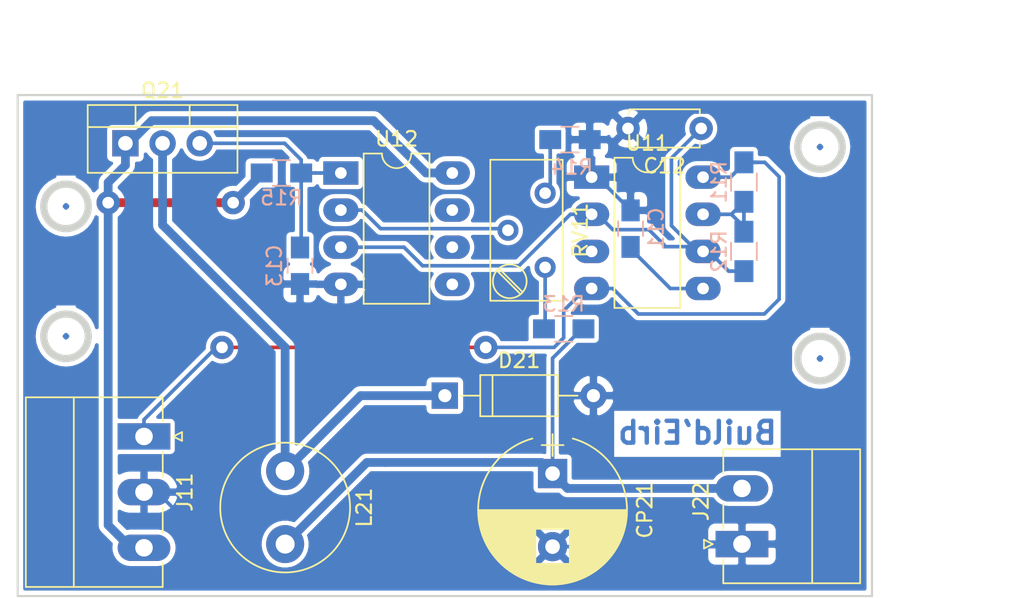
<source format=kicad_pcb>
(kicad_pcb (version 4) (host pcbnew 4.0.7)

  (general
    (links 33)
    (no_connects 0)
    (area 112.811 47.084 186.953689 87.549001)
    (thickness 1.6)
    (drawings 15)
    (tracks 121)
    (zones 0)
    (modules 17)
    (nets 13)
  )

  (page A4)
  (layers
    (0 F.Cu signal)
    (31 B.Cu signal)
    (32 B.Adhes user)
    (33 F.Adhes user)
    (34 B.Paste user)
    (35 F.Paste user)
    (36 B.SilkS user)
    (37 F.SilkS user)
    (38 B.Mask user)
    (39 F.Mask user)
    (40 Dwgs.User user)
    (41 Cmts.User user)
    (42 Eco1.User user)
    (43 Eco2.User user)
    (44 Edge.Cuts user)
    (45 Margin user)
    (46 B.CrtYd user)
    (47 F.CrtYd user)
    (48 B.Fab user)
    (49 F.Fab user)
  )

  (setup
    (last_trace_width 0.25)
    (trace_clearance 0.2)
    (zone_clearance 0.3)
    (zone_45_only no)
    (trace_min 0.2)
    (segment_width 0.2)
    (edge_width 0.15)
    (via_size 0.6)
    (via_drill 0.4)
    (via_min_size 0.4)
    (via_min_drill 0.3)
    (uvia_size 0.3)
    (uvia_drill 0.1)
    (uvias_allowed no)
    (uvia_min_size 0.2)
    (uvia_min_drill 0.1)
    (pcb_text_width 0.3)
    (pcb_text_size 1.5 1.5)
    (mod_edge_width 0.15)
    (mod_text_size 1 1)
    (mod_text_width 0.15)
    (pad_size 1.524 1.524)
    (pad_drill 0.762)
    (pad_to_mask_clearance 0.2)
    (aux_axis_origin 0 0)
    (visible_elements 7FFFFFFF)
    (pcbplotparams
      (layerselection 0x00030_80000001)
      (usegerberextensions false)
      (excludeedgelayer true)
      (linewidth 0.100000)
      (plotframeref false)
      (viasonmask false)
      (mode 1)
      (useauxorigin false)
      (hpglpennumber 1)
      (hpglpenspeed 20)
      (hpglpendiameter 15)
      (hpglpenoverlay 2)
      (psnegative false)
      (psa4output false)
      (plotreference true)
      (plotvalue true)
      (plotinvisibletext false)
      (padsonsilk false)
      (subtractmaskfromsilk false)
      (outputformat 1)
      (mirror false)
      (drillshape 1)
      (scaleselection 1)
      (outputdirectory ""))
  )

  (net 0 "")
  (net 1 "Net-(C11-Pad1)")
  (net 2 GND)
  (net 3 "Net-(C12-Pad1)")
  (net 4 LINE)
  (net 5 "Net-(D21-Pad1)")
  (net 6 +9V)
  (net 7 VCC)
  (net 8 "Net-(R11-Pad2)")
  (net 9 "Net-(R13-Pad2)")
  (net 10 "Net-(R14-Pad1)")
  (net 11 "Net-(RV11-Pad2)")
  (net 12 FB)

  (net_class Default "Ceci est la Netclass par défaut"
    (clearance 0.2)
    (trace_width 0.25)
    (via_dia 0.6)
    (via_drill 0.4)
    (uvia_dia 0.3)
    (uvia_drill 0.1)
    (add_net +9V)
    (add_net FB)
    (add_net GND)
    (add_net LINE)
    (add_net "Net-(C11-Pad1)")
    (add_net "Net-(C12-Pad1)")
    (add_net "Net-(R11-Pad2)")
    (add_net "Net-(R13-Pad2)")
    (add_net "Net-(R14-Pad1)")
    (add_net "Net-(RV11-Pad2)")
  )

  (net_class Vcc ""
    (clearance 0.35)
    (trace_width 0.6)
    (via_dia 0.6)
    (via_drill 0.4)
    (uvia_dia 0.3)
    (uvia_drill 0.1)
    (add_net "Net-(D21-Pad1)")
    (add_net VCC)
  )

  (module Housings_DIP:DIP-8_W7.62mm_LongPads (layer F.Cu) (tedit 59C78D6B) (tstamp 5A8612AF)
    (at 153.54766 58.706738)
    (descr "8-lead though-hole mounted DIP package, row spacing 7.62 mm (300 mils), LongPads")
    (tags "THT DIP DIL PDIP 2.54mm 7.62mm 300mil LongPads")
    (path /5A860A97)
    (fp_text reference U11 (at 3.81 -2.33) (layer F.SilkS)
      (effects (font (size 1 1) (thickness 0.15)))
    )
    (fp_text value NE555 (at 3.81 9.95) (layer F.Fab)
      (effects (font (size 1 1) (thickness 0.15)))
    )
    (fp_arc (start 3.81 -1.33) (end 2.81 -1.33) (angle -180) (layer F.SilkS) (width 0.12))
    (fp_line (start 1.635 -1.27) (end 6.985 -1.27) (layer F.Fab) (width 0.1))
    (fp_line (start 6.985 -1.27) (end 6.985 8.89) (layer F.Fab) (width 0.1))
    (fp_line (start 6.985 8.89) (end 0.635 8.89) (layer F.Fab) (width 0.1))
    (fp_line (start 0.635 8.89) (end 0.635 -0.27) (layer F.Fab) (width 0.1))
    (fp_line (start 0.635 -0.27) (end 1.635 -1.27) (layer F.Fab) (width 0.1))
    (fp_line (start 2.81 -1.33) (end 1.56 -1.33) (layer F.SilkS) (width 0.12))
    (fp_line (start 1.56 -1.33) (end 1.56 8.95) (layer F.SilkS) (width 0.12))
    (fp_line (start 1.56 8.95) (end 6.06 8.95) (layer F.SilkS) (width 0.12))
    (fp_line (start 6.06 8.95) (end 6.06 -1.33) (layer F.SilkS) (width 0.12))
    (fp_line (start 6.06 -1.33) (end 4.81 -1.33) (layer F.SilkS) (width 0.12))
    (fp_line (start -1.45 -1.55) (end -1.45 9.15) (layer F.CrtYd) (width 0.05))
    (fp_line (start -1.45 9.15) (end 9.1 9.15) (layer F.CrtYd) (width 0.05))
    (fp_line (start 9.1 9.15) (end 9.1 -1.55) (layer F.CrtYd) (width 0.05))
    (fp_line (start 9.1 -1.55) (end -1.45 -1.55) (layer F.CrtYd) (width 0.05))
    (fp_text user %R (at 3.81 3.81) (layer F.Fab)
      (effects (font (size 1 1) (thickness 0.15)))
    )
    (pad 1 thru_hole rect (at 0 0) (size 2.4 1.6) (drill 0.8) (layers *.Cu *.Mask)
      (net 2 GND))
    (pad 5 thru_hole oval (at 7.62 7.62) (size 2.4 1.6) (drill 0.8) (layers *.Cu *.Mask)
      (net 1 "Net-(C11-Pad1)"))
    (pad 2 thru_hole oval (at 0 2.54) (size 2.4 1.6) (drill 0.8) (layers *.Cu *.Mask)
      (net 3 "Net-(C12-Pad1)"))
    (pad 6 thru_hole oval (at 7.62 5.08) (size 2.4 1.6) (drill 0.8) (layers *.Cu *.Mask)
      (net 3 "Net-(C12-Pad1)"))
    (pad 3 thru_hole oval (at 0 5.08) (size 2.4 1.6) (drill 0.8) (layers *.Cu *.Mask))
    (pad 7 thru_hole oval (at 7.62 2.54) (size 2.4 1.6) (drill 0.8) (layers *.Cu *.Mask)
      (net 8 "Net-(R11-Pad2)"))
    (pad 4 thru_hole oval (at 0 7.62) (size 2.4 1.6) (drill 0.8) (layers *.Cu *.Mask)
      (net 6 +9V))
    (pad 8 thru_hole oval (at 7.62 0) (size 2.4 1.6) (drill 0.8) (layers *.Cu *.Mask)
      (net 6 +9V))
    (model ${KISYS3DMOD}/Housings_DIP.3dshapes/DIP-8_W7.62mm.wrl
      (at (xyz 0 0 0))
      (scale (xyz 1 1 1))
      (rotate (xyz 0 0 0))
    )
  )

  (module Capacitors_THT:CP_Radial_D10.0mm_P5.00mm (layer F.Cu) (tedit 597BC7C2) (tstamp 5A86125E)
    (at 150.876 78.994 270)
    (descr "CP, Radial series, Radial, pin pitch=5.00mm, , diameter=10mm, Electrolytic Capacitor")
    (tags "CP Radial series Radial pin pitch 5.00mm  diameter 10mm Electrolytic Capacitor")
    (path /5A861D4C)
    (fp_text reference CP21 (at 2.5 -6.31 270) (layer F.SilkS)
      (effects (font (size 1 1) (thickness 0.15)))
    )
    (fp_text value 330uF (at 2.5 6.31 270) (layer F.Fab)
      (effects (font (size 1 1) (thickness 0.15)))
    )
    (fp_arc (start 2.5 0) (end -2.399357 -1.38) (angle 148.5) (layer F.SilkS) (width 0.12))
    (fp_arc (start 2.5 0) (end -2.399357 1.38) (angle -148.5) (layer F.SilkS) (width 0.12))
    (fp_arc (start 2.5 0) (end 7.399357 -1.38) (angle 31.5) (layer F.SilkS) (width 0.12))
    (fp_circle (center 2.5 0) (end 7.5 0) (layer F.Fab) (width 0.1))
    (fp_line (start -2.7 0) (end -1.2 0) (layer F.Fab) (width 0.1))
    (fp_line (start -1.95 -0.75) (end -1.95 0.75) (layer F.Fab) (width 0.1))
    (fp_line (start 2.5 -5.05) (end 2.5 5.05) (layer F.SilkS) (width 0.12))
    (fp_line (start 2.54 -5.05) (end 2.54 5.05) (layer F.SilkS) (width 0.12))
    (fp_line (start 2.58 -5.05) (end 2.58 5.05) (layer F.SilkS) (width 0.12))
    (fp_line (start 2.62 -5.049) (end 2.62 5.049) (layer F.SilkS) (width 0.12))
    (fp_line (start 2.66 -5.048) (end 2.66 5.048) (layer F.SilkS) (width 0.12))
    (fp_line (start 2.7 -5.047) (end 2.7 5.047) (layer F.SilkS) (width 0.12))
    (fp_line (start 2.74 -5.045) (end 2.74 5.045) (layer F.SilkS) (width 0.12))
    (fp_line (start 2.78 -5.043) (end 2.78 5.043) (layer F.SilkS) (width 0.12))
    (fp_line (start 2.82 -5.04) (end 2.82 5.04) (layer F.SilkS) (width 0.12))
    (fp_line (start 2.86 -5.038) (end 2.86 5.038) (layer F.SilkS) (width 0.12))
    (fp_line (start 2.9 -5.035) (end 2.9 5.035) (layer F.SilkS) (width 0.12))
    (fp_line (start 2.94 -5.031) (end 2.94 5.031) (layer F.SilkS) (width 0.12))
    (fp_line (start 2.98 -5.028) (end 2.98 5.028) (layer F.SilkS) (width 0.12))
    (fp_line (start 3.02 -5.024) (end 3.02 5.024) (layer F.SilkS) (width 0.12))
    (fp_line (start 3.06 -5.02) (end 3.06 5.02) (layer F.SilkS) (width 0.12))
    (fp_line (start 3.1 -5.015) (end 3.1 5.015) (layer F.SilkS) (width 0.12))
    (fp_line (start 3.14 -5.01) (end 3.14 5.01) (layer F.SilkS) (width 0.12))
    (fp_line (start 3.18 -5.005) (end 3.18 5.005) (layer F.SilkS) (width 0.12))
    (fp_line (start 3.221 -4.999) (end 3.221 4.999) (layer F.SilkS) (width 0.12))
    (fp_line (start 3.261 -4.993) (end 3.261 4.993) (layer F.SilkS) (width 0.12))
    (fp_line (start 3.301 -4.987) (end 3.301 4.987) (layer F.SilkS) (width 0.12))
    (fp_line (start 3.341 -4.981) (end 3.341 4.981) (layer F.SilkS) (width 0.12))
    (fp_line (start 3.381 -4.974) (end 3.381 4.974) (layer F.SilkS) (width 0.12))
    (fp_line (start 3.421 -4.967) (end 3.421 4.967) (layer F.SilkS) (width 0.12))
    (fp_line (start 3.461 -4.959) (end 3.461 4.959) (layer F.SilkS) (width 0.12))
    (fp_line (start 3.501 -4.951) (end 3.501 4.951) (layer F.SilkS) (width 0.12))
    (fp_line (start 3.541 -4.943) (end 3.541 4.943) (layer F.SilkS) (width 0.12))
    (fp_line (start 3.581 -4.935) (end 3.581 4.935) (layer F.SilkS) (width 0.12))
    (fp_line (start 3.621 -4.926) (end 3.621 4.926) (layer F.SilkS) (width 0.12))
    (fp_line (start 3.661 -4.917) (end 3.661 4.917) (layer F.SilkS) (width 0.12))
    (fp_line (start 3.701 -4.907) (end 3.701 4.907) (layer F.SilkS) (width 0.12))
    (fp_line (start 3.741 -4.897) (end 3.741 4.897) (layer F.SilkS) (width 0.12))
    (fp_line (start 3.781 -4.887) (end 3.781 4.887) (layer F.SilkS) (width 0.12))
    (fp_line (start 3.821 -4.876) (end 3.821 -1.181) (layer F.SilkS) (width 0.12))
    (fp_line (start 3.821 1.181) (end 3.821 4.876) (layer F.SilkS) (width 0.12))
    (fp_line (start 3.861 -4.865) (end 3.861 -1.181) (layer F.SilkS) (width 0.12))
    (fp_line (start 3.861 1.181) (end 3.861 4.865) (layer F.SilkS) (width 0.12))
    (fp_line (start 3.901 -4.854) (end 3.901 -1.181) (layer F.SilkS) (width 0.12))
    (fp_line (start 3.901 1.181) (end 3.901 4.854) (layer F.SilkS) (width 0.12))
    (fp_line (start 3.941 -4.843) (end 3.941 -1.181) (layer F.SilkS) (width 0.12))
    (fp_line (start 3.941 1.181) (end 3.941 4.843) (layer F.SilkS) (width 0.12))
    (fp_line (start 3.981 -4.831) (end 3.981 -1.181) (layer F.SilkS) (width 0.12))
    (fp_line (start 3.981 1.181) (end 3.981 4.831) (layer F.SilkS) (width 0.12))
    (fp_line (start 4.021 -4.818) (end 4.021 -1.181) (layer F.SilkS) (width 0.12))
    (fp_line (start 4.021 1.181) (end 4.021 4.818) (layer F.SilkS) (width 0.12))
    (fp_line (start 4.061 -4.806) (end 4.061 -1.181) (layer F.SilkS) (width 0.12))
    (fp_line (start 4.061 1.181) (end 4.061 4.806) (layer F.SilkS) (width 0.12))
    (fp_line (start 4.101 -4.792) (end 4.101 -1.181) (layer F.SilkS) (width 0.12))
    (fp_line (start 4.101 1.181) (end 4.101 4.792) (layer F.SilkS) (width 0.12))
    (fp_line (start 4.141 -4.779) (end 4.141 -1.181) (layer F.SilkS) (width 0.12))
    (fp_line (start 4.141 1.181) (end 4.141 4.779) (layer F.SilkS) (width 0.12))
    (fp_line (start 4.181 -4.765) (end 4.181 -1.181) (layer F.SilkS) (width 0.12))
    (fp_line (start 4.181 1.181) (end 4.181 4.765) (layer F.SilkS) (width 0.12))
    (fp_line (start 4.221 -4.751) (end 4.221 -1.181) (layer F.SilkS) (width 0.12))
    (fp_line (start 4.221 1.181) (end 4.221 4.751) (layer F.SilkS) (width 0.12))
    (fp_line (start 4.261 -4.737) (end 4.261 -1.181) (layer F.SilkS) (width 0.12))
    (fp_line (start 4.261 1.181) (end 4.261 4.737) (layer F.SilkS) (width 0.12))
    (fp_line (start 4.301 -4.722) (end 4.301 -1.181) (layer F.SilkS) (width 0.12))
    (fp_line (start 4.301 1.181) (end 4.301 4.722) (layer F.SilkS) (width 0.12))
    (fp_line (start 4.341 -4.706) (end 4.341 -1.181) (layer F.SilkS) (width 0.12))
    (fp_line (start 4.341 1.181) (end 4.341 4.706) (layer F.SilkS) (width 0.12))
    (fp_line (start 4.381 -4.691) (end 4.381 -1.181) (layer F.SilkS) (width 0.12))
    (fp_line (start 4.381 1.181) (end 4.381 4.691) (layer F.SilkS) (width 0.12))
    (fp_line (start 4.421 -4.674) (end 4.421 -1.181) (layer F.SilkS) (width 0.12))
    (fp_line (start 4.421 1.181) (end 4.421 4.674) (layer F.SilkS) (width 0.12))
    (fp_line (start 4.461 -4.658) (end 4.461 -1.181) (layer F.SilkS) (width 0.12))
    (fp_line (start 4.461 1.181) (end 4.461 4.658) (layer F.SilkS) (width 0.12))
    (fp_line (start 4.501 -4.641) (end 4.501 -1.181) (layer F.SilkS) (width 0.12))
    (fp_line (start 4.501 1.181) (end 4.501 4.641) (layer F.SilkS) (width 0.12))
    (fp_line (start 4.541 -4.624) (end 4.541 -1.181) (layer F.SilkS) (width 0.12))
    (fp_line (start 4.541 1.181) (end 4.541 4.624) (layer F.SilkS) (width 0.12))
    (fp_line (start 4.581 -4.606) (end 4.581 -1.181) (layer F.SilkS) (width 0.12))
    (fp_line (start 4.581 1.181) (end 4.581 4.606) (layer F.SilkS) (width 0.12))
    (fp_line (start 4.621 -4.588) (end 4.621 -1.181) (layer F.SilkS) (width 0.12))
    (fp_line (start 4.621 1.181) (end 4.621 4.588) (layer F.SilkS) (width 0.12))
    (fp_line (start 4.661 -4.569) (end 4.661 -1.181) (layer F.SilkS) (width 0.12))
    (fp_line (start 4.661 1.181) (end 4.661 4.569) (layer F.SilkS) (width 0.12))
    (fp_line (start 4.701 -4.55) (end 4.701 -1.181) (layer F.SilkS) (width 0.12))
    (fp_line (start 4.701 1.181) (end 4.701 4.55) (layer F.SilkS) (width 0.12))
    (fp_line (start 4.741 -4.531) (end 4.741 -1.181) (layer F.SilkS) (width 0.12))
    (fp_line (start 4.741 1.181) (end 4.741 4.531) (layer F.SilkS) (width 0.12))
    (fp_line (start 4.781 -4.511) (end 4.781 -1.181) (layer F.SilkS) (width 0.12))
    (fp_line (start 4.781 1.181) (end 4.781 4.511) (layer F.SilkS) (width 0.12))
    (fp_line (start 4.821 -4.491) (end 4.821 -1.181) (layer F.SilkS) (width 0.12))
    (fp_line (start 4.821 1.181) (end 4.821 4.491) (layer F.SilkS) (width 0.12))
    (fp_line (start 4.861 -4.47) (end 4.861 -1.181) (layer F.SilkS) (width 0.12))
    (fp_line (start 4.861 1.181) (end 4.861 4.47) (layer F.SilkS) (width 0.12))
    (fp_line (start 4.901 -4.449) (end 4.901 -1.181) (layer F.SilkS) (width 0.12))
    (fp_line (start 4.901 1.181) (end 4.901 4.449) (layer F.SilkS) (width 0.12))
    (fp_line (start 4.941 -4.428) (end 4.941 -1.181) (layer F.SilkS) (width 0.12))
    (fp_line (start 4.941 1.181) (end 4.941 4.428) (layer F.SilkS) (width 0.12))
    (fp_line (start 4.981 -4.405) (end 4.981 -1.181) (layer F.SilkS) (width 0.12))
    (fp_line (start 4.981 1.181) (end 4.981 4.405) (layer F.SilkS) (width 0.12))
    (fp_line (start 5.021 -4.383) (end 5.021 -1.181) (layer F.SilkS) (width 0.12))
    (fp_line (start 5.021 1.181) (end 5.021 4.383) (layer F.SilkS) (width 0.12))
    (fp_line (start 5.061 -4.36) (end 5.061 -1.181) (layer F.SilkS) (width 0.12))
    (fp_line (start 5.061 1.181) (end 5.061 4.36) (layer F.SilkS) (width 0.12))
    (fp_line (start 5.101 -4.336) (end 5.101 -1.181) (layer F.SilkS) (width 0.12))
    (fp_line (start 5.101 1.181) (end 5.101 4.336) (layer F.SilkS) (width 0.12))
    (fp_line (start 5.141 -4.312) (end 5.141 -1.181) (layer F.SilkS) (width 0.12))
    (fp_line (start 5.141 1.181) (end 5.141 4.312) (layer F.SilkS) (width 0.12))
    (fp_line (start 5.181 -4.288) (end 5.181 -1.181) (layer F.SilkS) (width 0.12))
    (fp_line (start 5.181 1.181) (end 5.181 4.288) (layer F.SilkS) (width 0.12))
    (fp_line (start 5.221 -4.263) (end 5.221 -1.181) (layer F.SilkS) (width 0.12))
    (fp_line (start 5.221 1.181) (end 5.221 4.263) (layer F.SilkS) (width 0.12))
    (fp_line (start 5.261 -4.237) (end 5.261 -1.181) (layer F.SilkS) (width 0.12))
    (fp_line (start 5.261 1.181) (end 5.261 4.237) (layer F.SilkS) (width 0.12))
    (fp_line (start 5.301 -4.211) (end 5.301 -1.181) (layer F.SilkS) (width 0.12))
    (fp_line (start 5.301 1.181) (end 5.301 4.211) (layer F.SilkS) (width 0.12))
    (fp_line (start 5.341 -4.185) (end 5.341 -1.181) (layer F.SilkS) (width 0.12))
    (fp_line (start 5.341 1.181) (end 5.341 4.185) (layer F.SilkS) (width 0.12))
    (fp_line (start 5.381 -4.157) (end 5.381 -1.181) (layer F.SilkS) (width 0.12))
    (fp_line (start 5.381 1.181) (end 5.381 4.157) (layer F.SilkS) (width 0.12))
    (fp_line (start 5.421 -4.13) (end 5.421 -1.181) (layer F.SilkS) (width 0.12))
    (fp_line (start 5.421 1.181) (end 5.421 4.13) (layer F.SilkS) (width 0.12))
    (fp_line (start 5.461 -4.101) (end 5.461 -1.181) (layer F.SilkS) (width 0.12))
    (fp_line (start 5.461 1.181) (end 5.461 4.101) (layer F.SilkS) (width 0.12))
    (fp_line (start 5.501 -4.072) (end 5.501 -1.181) (layer F.SilkS) (width 0.12))
    (fp_line (start 5.501 1.181) (end 5.501 4.072) (layer F.SilkS) (width 0.12))
    (fp_line (start 5.541 -4.043) (end 5.541 -1.181) (layer F.SilkS) (width 0.12))
    (fp_line (start 5.541 1.181) (end 5.541 4.043) (layer F.SilkS) (width 0.12))
    (fp_line (start 5.581 -4.013) (end 5.581 -1.181) (layer F.SilkS) (width 0.12))
    (fp_line (start 5.581 1.181) (end 5.581 4.013) (layer F.SilkS) (width 0.12))
    (fp_line (start 5.621 -3.982) (end 5.621 -1.181) (layer F.SilkS) (width 0.12))
    (fp_line (start 5.621 1.181) (end 5.621 3.982) (layer F.SilkS) (width 0.12))
    (fp_line (start 5.661 -3.951) (end 5.661 -1.181) (layer F.SilkS) (width 0.12))
    (fp_line (start 5.661 1.181) (end 5.661 3.951) (layer F.SilkS) (width 0.12))
    (fp_line (start 5.701 -3.919) (end 5.701 -1.181) (layer F.SilkS) (width 0.12))
    (fp_line (start 5.701 1.181) (end 5.701 3.919) (layer F.SilkS) (width 0.12))
    (fp_line (start 5.741 -3.886) (end 5.741 -1.181) (layer F.SilkS) (width 0.12))
    (fp_line (start 5.741 1.181) (end 5.741 3.886) (layer F.SilkS) (width 0.12))
    (fp_line (start 5.781 -3.853) (end 5.781 -1.181) (layer F.SilkS) (width 0.12))
    (fp_line (start 5.781 1.181) (end 5.781 3.853) (layer F.SilkS) (width 0.12))
    (fp_line (start 5.821 -3.819) (end 5.821 -1.181) (layer F.SilkS) (width 0.12))
    (fp_line (start 5.821 1.181) (end 5.821 3.819) (layer F.SilkS) (width 0.12))
    (fp_line (start 5.861 -3.784) (end 5.861 -1.181) (layer F.SilkS) (width 0.12))
    (fp_line (start 5.861 1.181) (end 5.861 3.784) (layer F.SilkS) (width 0.12))
    (fp_line (start 5.901 -3.748) (end 5.901 -1.181) (layer F.SilkS) (width 0.12))
    (fp_line (start 5.901 1.181) (end 5.901 3.748) (layer F.SilkS) (width 0.12))
    (fp_line (start 5.941 -3.712) (end 5.941 -1.181) (layer F.SilkS) (width 0.12))
    (fp_line (start 5.941 1.181) (end 5.941 3.712) (layer F.SilkS) (width 0.12))
    (fp_line (start 5.981 -3.675) (end 5.981 -1.181) (layer F.SilkS) (width 0.12))
    (fp_line (start 5.981 1.181) (end 5.981 3.675) (layer F.SilkS) (width 0.12))
    (fp_line (start 6.021 -3.637) (end 6.021 -1.181) (layer F.SilkS) (width 0.12))
    (fp_line (start 6.021 1.181) (end 6.021 3.637) (layer F.SilkS) (width 0.12))
    (fp_line (start 6.061 -3.598) (end 6.061 -1.181) (layer F.SilkS) (width 0.12))
    (fp_line (start 6.061 1.181) (end 6.061 3.598) (layer F.SilkS) (width 0.12))
    (fp_line (start 6.101 -3.559) (end 6.101 -1.181) (layer F.SilkS) (width 0.12))
    (fp_line (start 6.101 1.181) (end 6.101 3.559) (layer F.SilkS) (width 0.12))
    (fp_line (start 6.141 -3.518) (end 6.141 -1.181) (layer F.SilkS) (width 0.12))
    (fp_line (start 6.141 1.181) (end 6.141 3.518) (layer F.SilkS) (width 0.12))
    (fp_line (start 6.181 -3.477) (end 6.181 3.477) (layer F.SilkS) (width 0.12))
    (fp_line (start 6.221 -3.435) (end 6.221 3.435) (layer F.SilkS) (width 0.12))
    (fp_line (start 6.261 -3.391) (end 6.261 3.391) (layer F.SilkS) (width 0.12))
    (fp_line (start 6.301 -3.347) (end 6.301 3.347) (layer F.SilkS) (width 0.12))
    (fp_line (start 6.341 -3.302) (end 6.341 3.302) (layer F.SilkS) (width 0.12))
    (fp_line (start 6.381 -3.255) (end 6.381 3.255) (layer F.SilkS) (width 0.12))
    (fp_line (start 6.421 -3.207) (end 6.421 3.207) (layer F.SilkS) (width 0.12))
    (fp_line (start 6.461 -3.158) (end 6.461 3.158) (layer F.SilkS) (width 0.12))
    (fp_line (start 6.501 -3.108) (end 6.501 3.108) (layer F.SilkS) (width 0.12))
    (fp_line (start 6.541 -3.057) (end 6.541 3.057) (layer F.SilkS) (width 0.12))
    (fp_line (start 6.581 -3.004) (end 6.581 3.004) (layer F.SilkS) (width 0.12))
    (fp_line (start 6.621 -2.949) (end 6.621 2.949) (layer F.SilkS) (width 0.12))
    (fp_line (start 6.661 -2.894) (end 6.661 2.894) (layer F.SilkS) (width 0.12))
    (fp_line (start 6.701 -2.836) (end 6.701 2.836) (layer F.SilkS) (width 0.12))
    (fp_line (start 6.741 -2.777) (end 6.741 2.777) (layer F.SilkS) (width 0.12))
    (fp_line (start 6.781 -2.715) (end 6.781 2.715) (layer F.SilkS) (width 0.12))
    (fp_line (start 6.821 -2.652) (end 6.821 2.652) (layer F.SilkS) (width 0.12))
    (fp_line (start 6.861 -2.587) (end 6.861 2.587) (layer F.SilkS) (width 0.12))
    (fp_line (start 6.901 -2.519) (end 6.901 2.519) (layer F.SilkS) (width 0.12))
    (fp_line (start 6.941 -2.449) (end 6.941 2.449) (layer F.SilkS) (width 0.12))
    (fp_line (start 6.981 -2.377) (end 6.981 2.377) (layer F.SilkS) (width 0.12))
    (fp_line (start 7.021 -2.301) (end 7.021 2.301) (layer F.SilkS) (width 0.12))
    (fp_line (start 7.061 -2.222) (end 7.061 2.222) (layer F.SilkS) (width 0.12))
    (fp_line (start 7.101 -2.14) (end 7.101 2.14) (layer F.SilkS) (width 0.12))
    (fp_line (start 7.141 -2.053) (end 7.141 2.053) (layer F.SilkS) (width 0.12))
    (fp_line (start 7.181 -1.962) (end 7.181 1.962) (layer F.SilkS) (width 0.12))
    (fp_line (start 7.221 -1.866) (end 7.221 1.866) (layer F.SilkS) (width 0.12))
    (fp_line (start 7.261 -1.763) (end 7.261 1.763) (layer F.SilkS) (width 0.12))
    (fp_line (start 7.301 -1.654) (end 7.301 1.654) (layer F.SilkS) (width 0.12))
    (fp_line (start 7.341 -1.536) (end 7.341 1.536) (layer F.SilkS) (width 0.12))
    (fp_line (start 7.381 -1.407) (end 7.381 1.407) (layer F.SilkS) (width 0.12))
    (fp_line (start 7.421 -1.265) (end 7.421 1.265) (layer F.SilkS) (width 0.12))
    (fp_line (start 7.461 -1.104) (end 7.461 1.104) (layer F.SilkS) (width 0.12))
    (fp_line (start 7.501 -0.913) (end 7.501 0.913) (layer F.SilkS) (width 0.12))
    (fp_line (start 7.541 -0.672) (end 7.541 0.672) (layer F.SilkS) (width 0.12))
    (fp_line (start 7.581 -0.279) (end 7.581 0.279) (layer F.SilkS) (width 0.12))
    (fp_line (start -2.7 0) (end -1.2 0) (layer F.SilkS) (width 0.12))
    (fp_line (start -1.95 -0.75) (end -1.95 0.75) (layer F.SilkS) (width 0.12))
    (fp_line (start -2.85 -5.35) (end -2.85 5.35) (layer F.CrtYd) (width 0.05))
    (fp_line (start -2.85 5.35) (end 7.85 5.35) (layer F.CrtYd) (width 0.05))
    (fp_line (start 7.85 5.35) (end 7.85 -5.35) (layer F.CrtYd) (width 0.05))
    (fp_line (start 7.85 -5.35) (end -2.85 -5.35) (layer F.CrtYd) (width 0.05))
    (fp_text user %R (at 2.5 0 270) (layer F.Fab)
      (effects (font (size 1 1) (thickness 0.15)))
    )
    (pad 1 thru_hole rect (at 0 0 270) (size 2 2) (drill 1) (layers *.Cu *.Mask)
      (net 12 FB))
    (pad 2 thru_hole circle (at 5 0 270) (size 2 2) (drill 1) (layers *.Cu *.Mask)
      (net 2 GND))
    (model ${KISYS3DMOD}/Capacitors_THT.3dshapes/CP_Radial_D10.0mm_P5.00mm.wrl
      (at (xyz 0 0 0))
      (scale (xyz 1 1 1))
      (rotate (xyz 0 0 0))
    )
  )

  (module Capacitors_SMD:C_0805_HandSoldering (layer B.Cu) (tedit 58AA84A8) (tstamp 5A86124C)
    (at 156.21 62.23 90)
    (descr "Capacitor SMD 0805, hand soldering")
    (tags "capacitor 0805")
    (path /5A860AE4)
    (attr smd)
    (fp_text reference C11 (at 0 1.75 90) (layer B.SilkS)
      (effects (font (size 1 1) (thickness 0.15)) (justify mirror))
    )
    (fp_text value 22n (at 0 -1.75 90) (layer B.Fab)
      (effects (font (size 1 1) (thickness 0.15)) (justify mirror))
    )
    (fp_text user %R (at 0 1.75 90) (layer B.Fab)
      (effects (font (size 1 1) (thickness 0.15)) (justify mirror))
    )
    (fp_line (start -1 -0.62) (end -1 0.62) (layer B.Fab) (width 0.1))
    (fp_line (start 1 -0.62) (end -1 -0.62) (layer B.Fab) (width 0.1))
    (fp_line (start 1 0.62) (end 1 -0.62) (layer B.Fab) (width 0.1))
    (fp_line (start -1 0.62) (end 1 0.62) (layer B.Fab) (width 0.1))
    (fp_line (start 0.5 0.85) (end -0.5 0.85) (layer B.SilkS) (width 0.12))
    (fp_line (start -0.5 -0.85) (end 0.5 -0.85) (layer B.SilkS) (width 0.12))
    (fp_line (start -2.25 0.88) (end 2.25 0.88) (layer B.CrtYd) (width 0.05))
    (fp_line (start -2.25 0.88) (end -2.25 -0.87) (layer B.CrtYd) (width 0.05))
    (fp_line (start 2.25 -0.87) (end 2.25 0.88) (layer B.CrtYd) (width 0.05))
    (fp_line (start 2.25 -0.87) (end -2.25 -0.87) (layer B.CrtYd) (width 0.05))
    (pad 1 smd rect (at -1.25 0 90) (size 1.5 1.25) (layers B.Cu B.Paste B.Mask)
      (net 1 "Net-(C11-Pad1)"))
    (pad 2 smd rect (at 1.25 0 90) (size 1.5 1.25) (layers B.Cu B.Paste B.Mask)
      (net 2 GND))
    (model Capacitors_SMD.3dshapes/C_0805.wrl
      (at (xyz 0 0 0))
      (scale (xyz 1 1 1))
      (rotate (xyz 0 0 0))
    )
  )

  (module Capacitors_SMD:C_0805_HandSoldering (layer B.Cu) (tedit 58AA84A8) (tstamp 5A861258)
    (at 133.604 64.77 270)
    (descr "Capacitor SMD 0805, hand soldering")
    (tags "capacitor 0805")
    (path /5A860EB3)
    (attr smd)
    (fp_text reference C13 (at 0 1.75 270) (layer B.SilkS)
      (effects (font (size 1 1) (thickness 0.15)) (justify mirror))
    )
    (fp_text value 100p (at 0 -1.75 270) (layer B.Fab)
      (effects (font (size 1 1) (thickness 0.15)) (justify mirror))
    )
    (fp_text user %R (at 0 1.75 270) (layer B.Fab)
      (effects (font (size 1 1) (thickness 0.15)) (justify mirror))
    )
    (fp_line (start -1 -0.62) (end -1 0.62) (layer B.Fab) (width 0.1))
    (fp_line (start 1 -0.62) (end -1 -0.62) (layer B.Fab) (width 0.1))
    (fp_line (start 1 0.62) (end 1 -0.62) (layer B.Fab) (width 0.1))
    (fp_line (start -1 0.62) (end 1 0.62) (layer B.Fab) (width 0.1))
    (fp_line (start 0.5 0.85) (end -0.5 0.85) (layer B.SilkS) (width 0.12))
    (fp_line (start -0.5 -0.85) (end 0.5 -0.85) (layer B.SilkS) (width 0.12))
    (fp_line (start -2.25 0.88) (end 2.25 0.88) (layer B.CrtYd) (width 0.05))
    (fp_line (start -2.25 0.88) (end -2.25 -0.87) (layer B.CrtYd) (width 0.05))
    (fp_line (start 2.25 -0.87) (end 2.25 0.88) (layer B.CrtYd) (width 0.05))
    (fp_line (start 2.25 -0.87) (end -2.25 -0.87) (layer B.CrtYd) (width 0.05))
    (pad 1 smd rect (at -1.25 0 270) (size 1.5 1.25) (layers B.Cu B.Paste B.Mask)
      (net 4 LINE))
    (pad 2 smd rect (at 1.25 0 270) (size 1.5 1.25) (layers B.Cu B.Paste B.Mask)
      (net 2 GND))
    (model Capacitors_SMD.3dshapes/C_0805.wrl
      (at (xyz 0 0 0))
      (scale (xyz 1 1 1))
      (rotate (xyz 0 0 0))
    )
  )

  (module Diodes_THT:D_A-405_P10.16mm_Horizontal (layer F.Cu) (tedit 5921392E) (tstamp 5A861264)
    (at 143.51 73.66)
    (descr "D, A-405 series, Axial, Horizontal, pin pitch=10.16mm, , length*diameter=5.2*2.7mm^2, , http://www.diodes.com/_files/packages/A-405.pdf")
    (tags "D A-405 series Axial Horizontal pin pitch 10.16mm  length 5.2mm diameter 2.7mm")
    (path /5A86081D)
    (fp_text reference D21 (at 5.08 -2.41) (layer F.SilkS)
      (effects (font (size 1 1) (thickness 0.15)))
    )
    (fp_text value 1N4004 (at 5.08 2.41) (layer F.Fab)
      (effects (font (size 1 1) (thickness 0.15)))
    )
    (fp_text user %R (at 5.08 0) (layer F.Fab)
      (effects (font (size 1 1) (thickness 0.15)))
    )
    (fp_line (start 2.48 -1.35) (end 2.48 1.35) (layer F.Fab) (width 0.1))
    (fp_line (start 2.48 1.35) (end 7.68 1.35) (layer F.Fab) (width 0.1))
    (fp_line (start 7.68 1.35) (end 7.68 -1.35) (layer F.Fab) (width 0.1))
    (fp_line (start 7.68 -1.35) (end 2.48 -1.35) (layer F.Fab) (width 0.1))
    (fp_line (start 0 0) (end 2.48 0) (layer F.Fab) (width 0.1))
    (fp_line (start 10.16 0) (end 7.68 0) (layer F.Fab) (width 0.1))
    (fp_line (start 3.26 -1.35) (end 3.26 1.35) (layer F.Fab) (width 0.1))
    (fp_line (start 2.42 -1.41) (end 2.42 1.41) (layer F.SilkS) (width 0.12))
    (fp_line (start 2.42 1.41) (end 7.74 1.41) (layer F.SilkS) (width 0.12))
    (fp_line (start 7.74 1.41) (end 7.74 -1.41) (layer F.SilkS) (width 0.12))
    (fp_line (start 7.74 -1.41) (end 2.42 -1.41) (layer F.SilkS) (width 0.12))
    (fp_line (start 1.08 0) (end 2.42 0) (layer F.SilkS) (width 0.12))
    (fp_line (start 9.08 0) (end 7.74 0) (layer F.SilkS) (width 0.12))
    (fp_line (start 3.26 -1.41) (end 3.26 1.41) (layer F.SilkS) (width 0.12))
    (fp_line (start -1.15 -1.7) (end -1.15 1.7) (layer F.CrtYd) (width 0.05))
    (fp_line (start -1.15 1.7) (end 11.35 1.7) (layer F.CrtYd) (width 0.05))
    (fp_line (start 11.35 1.7) (end 11.35 -1.7) (layer F.CrtYd) (width 0.05))
    (fp_line (start 11.35 -1.7) (end -1.15 -1.7) (layer F.CrtYd) (width 0.05))
    (pad 1 thru_hole rect (at 0 0) (size 1.8 1.8) (drill 0.9) (layers *.Cu *.Mask)
      (net 5 "Net-(D21-Pad1)"))
    (pad 2 thru_hole oval (at 10.16 0) (size 1.8 1.8) (drill 0.9) (layers *.Cu *.Mask)
      (net 2 GND))
    (model ${KISYS3DMOD}/Diodes_THT.3dshapes/D_A-405_P10.16mm_Horizontal.wrl
      (at (xyz 0 0 0))
      (scale (xyz 0.393701 0.393701 0.393701))
      (rotate (xyz 0 0 0))
    )
  )

  (module Connectors_Phoenix:PhoenixContact_MC-G_03x3.81mm_Angled (layer F.Cu) (tedit 59566E60) (tstamp 5A86126B)
    (at 122.936 76.454 270)
    (descr "Generic Phoenix Contact connector footprint for series: MC-G; number of pins: 03; pin pitch: 3.81mm; Angled || order number: 1803280 8A 160V")
    (tags "phoenix_contact connector MC_01x03_G_3.81mm")
    (path /5A8624D9)
    (fp_text reference J11 (at 3.81 -2.8 270) (layer F.SilkS)
      (effects (font (size 1 1) (thickness 0.15)))
    )
    (fp_text value Conn_01x03 (at 3.81 9 270) (layer F.Fab)
      (effects (font (size 1 1) (thickness 0.15)))
    )
    (fp_line (start -2.68 -1.28) (end -2.68 8.08) (layer F.SilkS) (width 0.12))
    (fp_line (start -2.68 8.08) (end 10.3 8.08) (layer F.SilkS) (width 0.12))
    (fp_line (start 10.3 8.08) (end 10.3 -1.28) (layer F.SilkS) (width 0.12))
    (fp_line (start -2.68 -1.28) (end -1.05 -1.28) (layer F.SilkS) (width 0.12))
    (fp_line (start 10.3 -1.28) (end 8.67 -1.28) (layer F.SilkS) (width 0.12))
    (fp_line (start 1.05 -1.28) (end 2.76 -1.28) (layer F.SilkS) (width 0.12))
    (fp_line (start 4.86 -1.28) (end 6.57 -1.28) (layer F.SilkS) (width 0.12))
    (fp_line (start -2.6 -1.2) (end -2.6 8) (layer F.Fab) (width 0.1))
    (fp_line (start -2.6 8) (end 10.22 8) (layer F.Fab) (width 0.1))
    (fp_line (start 10.22 8) (end 10.22 -1.2) (layer F.Fab) (width 0.1))
    (fp_line (start 10.22 -1.2) (end -2.6 -1.2) (layer F.Fab) (width 0.1))
    (fp_line (start -2.68 4.8) (end 10.3 4.8) (layer F.SilkS) (width 0.12))
    (fp_line (start -3.18 -2.3) (end -3.18 8.5) (layer F.CrtYd) (width 0.05))
    (fp_line (start -3.18 8.5) (end 10.72 8.5) (layer F.CrtYd) (width 0.05))
    (fp_line (start 10.72 8.5) (end 10.72 -2.3) (layer F.CrtYd) (width 0.05))
    (fp_line (start 10.72 -2.3) (end -3.18 -2.3) (layer F.CrtYd) (width 0.05))
    (fp_line (start 0.3 -2.6) (end 0 -2) (layer F.SilkS) (width 0.12))
    (fp_line (start 0 -2) (end -0.3 -2.6) (layer F.SilkS) (width 0.12))
    (fp_line (start -0.3 -2.6) (end 0.3 -2.6) (layer F.SilkS) (width 0.12))
    (fp_line (start 0.8 -1.2) (end 0 0) (layer F.Fab) (width 0.1))
    (fp_line (start 0 0) (end -0.8 -1.2) (layer F.Fab) (width 0.1))
    (fp_text user %R (at 3.81 3 270) (layer F.Fab)
      (effects (font (size 1 1) (thickness 0.15)))
    )
    (pad 1 thru_hole rect (at 0 0 270) (size 1.8 3.6) (drill 1.2) (layers *.Cu *.Mask)
      (net 6 +9V))
    (pad 2 thru_hole oval (at 3.81 0 270) (size 1.8 3.6) (drill 1.2) (layers *.Cu *.Mask)
      (net 2 GND))
    (pad 3 thru_hole oval (at 7.62 0 270) (size 1.8 3.6) (drill 1.2) (layers *.Cu *.Mask)
      (net 7 VCC))
    (model ${KISYS3DMOD}/Connectors_Phoenix.3dshapes/PhoenixContact_MC-G_03x3.81mm_Angled.wrl
      (at (xyz 0 0 0))
      (scale (xyz 1 1 1))
      (rotate (xyz 0 0 0))
    )
  )

  (module Connectors_Phoenix:PhoenixContact_MC-G_02x3.81mm_Angled locked (layer F.Cu) (tedit 59566E61) (tstamp 5A861271)
    (at 163.83 83.82 90)
    (descr "Generic Phoenix Contact connector footprint for series: MC-G; number of pins: 02; pin pitch: 3.81mm; Angled || order number: 1803277 8A 160V")
    (tags "phoenix_contact connector MC_01x02_G_3.81mm")
    (path /5A8608C1)
    (fp_text reference J22 (at 2.905 -2.8 90) (layer F.SilkS)
      (effects (font (size 1 1) (thickness 0.15)))
    )
    (fp_text value Conn_01x02 (at 1.905 9 90) (layer F.Fab)
      (effects (font (size 1 1) (thickness 0.15)))
    )
    (fp_line (start -2.68 -1.28) (end -2.68 8.08) (layer F.SilkS) (width 0.12))
    (fp_line (start -2.68 8.08) (end 6.49 8.08) (layer F.SilkS) (width 0.12))
    (fp_line (start 6.49 8.08) (end 6.49 -1.28) (layer F.SilkS) (width 0.12))
    (fp_line (start -2.68 -1.28) (end -1.05 -1.28) (layer F.SilkS) (width 0.12))
    (fp_line (start 6.49 -1.28) (end 4.86 -1.28) (layer F.SilkS) (width 0.12))
    (fp_line (start 1.05 -1.28) (end 2.76 -1.28) (layer F.SilkS) (width 0.12))
    (fp_line (start -2.6 -1.2) (end -2.6 8) (layer F.Fab) (width 0.1))
    (fp_line (start -2.6 8) (end 6.41 8) (layer F.Fab) (width 0.1))
    (fp_line (start 6.41 8) (end 6.41 -1.2) (layer F.Fab) (width 0.1))
    (fp_line (start 6.41 -1.2) (end -2.6 -1.2) (layer F.Fab) (width 0.1))
    (fp_line (start -2.68 4.8) (end 6.49 4.8) (layer F.SilkS) (width 0.12))
    (fp_line (start -3.18 -2.3) (end -3.18 8.5) (layer F.CrtYd) (width 0.05))
    (fp_line (start -3.18 8.5) (end 6.91 8.5) (layer F.CrtYd) (width 0.05))
    (fp_line (start 6.91 8.5) (end 6.91 -2.3) (layer F.CrtYd) (width 0.05))
    (fp_line (start 6.91 -2.3) (end -3.18 -2.3) (layer F.CrtYd) (width 0.05))
    (fp_line (start 0.3 -2.6) (end 0 -2) (layer F.SilkS) (width 0.12))
    (fp_line (start 0 -2) (end -0.3 -2.6) (layer F.SilkS) (width 0.12))
    (fp_line (start -0.3 -2.6) (end 0.3 -2.6) (layer F.SilkS) (width 0.12))
    (fp_line (start 0.8 -1.2) (end 0 0) (layer F.Fab) (width 0.1))
    (fp_line (start 0 0) (end -0.8 -1.2) (layer F.Fab) (width 0.1))
    (fp_text user %R (at 1.905 3 90) (layer F.Fab)
      (effects (font (size 1 1) (thickness 0.15)))
    )
    (pad 1 thru_hole rect (at 0 0 90) (size 1.8 3.6) (drill 1.2) (layers *.Cu *.Mask)
      (net 2 GND))
    (pad 2 thru_hole oval (at 3.81 0 90) (size 1.8 3.6) (drill 1.2) (layers *.Cu *.Mask)
      (net 12 FB))
    (model ${KISYS3DMOD}/Connectors_Phoenix.3dshapes/PhoenixContact_MC-G_02x3.81mm_Angled.wrl
      (at (xyz 0 0 0))
      (scale (xyz 1 1 1))
      (rotate (xyz 0 0 0))
    )
  )

  (module TO_SOT_Packages_THT:TO-220-3_Vertical (layer F.Cu) (tedit 58CE52AD) (tstamp 5A86127E)
    (at 121.666 56.388)
    (descr "TO-220-3, Vertical, RM 2.54mm")
    (tags "TO-220-3 Vertical RM 2.54mm")
    (path /5A8607C2)
    (fp_text reference Q21 (at 2.54 -3.62) (layer F.SilkS)
      (effects (font (size 1 1) (thickness 0.15)))
    )
    (fp_text value Q_NMOS_DSG (at 2.54 3.92) (layer F.Fab)
      (effects (font (size 1 1) (thickness 0.15)))
    )
    (fp_text user %R (at 2.54 -3.62) (layer F.Fab)
      (effects (font (size 1 1) (thickness 0.15)))
    )
    (fp_line (start -2.46 -2.5) (end -2.46 1.9) (layer F.Fab) (width 0.1))
    (fp_line (start -2.46 1.9) (end 7.54 1.9) (layer F.Fab) (width 0.1))
    (fp_line (start 7.54 1.9) (end 7.54 -2.5) (layer F.Fab) (width 0.1))
    (fp_line (start 7.54 -2.5) (end -2.46 -2.5) (layer F.Fab) (width 0.1))
    (fp_line (start -2.46 -1.23) (end 7.54 -1.23) (layer F.Fab) (width 0.1))
    (fp_line (start 0.69 -2.5) (end 0.69 -1.23) (layer F.Fab) (width 0.1))
    (fp_line (start 4.39 -2.5) (end 4.39 -1.23) (layer F.Fab) (width 0.1))
    (fp_line (start -2.58 -2.62) (end 7.66 -2.62) (layer F.SilkS) (width 0.12))
    (fp_line (start -2.58 2.021) (end 7.66 2.021) (layer F.SilkS) (width 0.12))
    (fp_line (start -2.58 -2.62) (end -2.58 2.021) (layer F.SilkS) (width 0.12))
    (fp_line (start 7.66 -2.62) (end 7.66 2.021) (layer F.SilkS) (width 0.12))
    (fp_line (start -2.58 -1.11) (end 7.66 -1.11) (layer F.SilkS) (width 0.12))
    (fp_line (start 0.69 -2.62) (end 0.69 -1.11) (layer F.SilkS) (width 0.12))
    (fp_line (start 4.391 -2.62) (end 4.391 -1.11) (layer F.SilkS) (width 0.12))
    (fp_line (start -2.71 -2.75) (end -2.71 2.16) (layer F.CrtYd) (width 0.05))
    (fp_line (start -2.71 2.16) (end 7.79 2.16) (layer F.CrtYd) (width 0.05))
    (fp_line (start 7.79 2.16) (end 7.79 -2.75) (layer F.CrtYd) (width 0.05))
    (fp_line (start 7.79 -2.75) (end -2.71 -2.75) (layer F.CrtYd) (width 0.05))
    (pad 1 thru_hole rect (at 0 0) (size 1.8 1.8) (drill 1) (layers *.Cu *.Mask)
      (net 7 VCC))
    (pad 2 thru_hole oval (at 2.54 0) (size 1.8 1.8) (drill 1) (layers *.Cu *.Mask)
      (net 5 "Net-(D21-Pad1)"))
    (pad 3 thru_hole oval (at 5.08 0) (size 1.8 1.8) (drill 1) (layers *.Cu *.Mask)
      (net 4 LINE))
    (model TO_SOT_Packages_THT.3dshapes/TO-220_Vertical.wrl
      (at (xyz 0.1 0 0))
      (scale (xyz 0.4 0.4 0.4))
      (rotate (xyz 0 0 0))
    )
  )

  (module Resistors_SMD:R_0805_HandSoldering (layer B.Cu) (tedit 58E0A804) (tstamp 5A861284)
    (at 163.96166 59.040738 270)
    (descr "Resistor SMD 0805, hand soldering")
    (tags "resistor 0805")
    (path /5A860B85)
    (attr smd)
    (fp_text reference R11 (at 0 1.7 270) (layer B.SilkS)
      (effects (font (size 1 1) (thickness 0.15)) (justify mirror))
    )
    (fp_text value 1k (at 0 -1.75 270) (layer B.Fab)
      (effects (font (size 1 1) (thickness 0.15)) (justify mirror))
    )
    (fp_text user %R (at 0 0 270) (layer B.Fab)
      (effects (font (size 0.5 0.5) (thickness 0.075)) (justify mirror))
    )
    (fp_line (start -1 -0.62) (end -1 0.62) (layer B.Fab) (width 0.1))
    (fp_line (start 1 -0.62) (end -1 -0.62) (layer B.Fab) (width 0.1))
    (fp_line (start 1 0.62) (end 1 -0.62) (layer B.Fab) (width 0.1))
    (fp_line (start -1 0.62) (end 1 0.62) (layer B.Fab) (width 0.1))
    (fp_line (start 0.6 -0.88) (end -0.6 -0.88) (layer B.SilkS) (width 0.12))
    (fp_line (start -0.6 0.88) (end 0.6 0.88) (layer B.SilkS) (width 0.12))
    (fp_line (start -2.35 0.9) (end 2.35 0.9) (layer B.CrtYd) (width 0.05))
    (fp_line (start -2.35 0.9) (end -2.35 -0.9) (layer B.CrtYd) (width 0.05))
    (fp_line (start 2.35 -0.9) (end 2.35 0.9) (layer B.CrtYd) (width 0.05))
    (fp_line (start 2.35 -0.9) (end -2.35 -0.9) (layer B.CrtYd) (width 0.05))
    (pad 1 smd rect (at -1.35 0 270) (size 1.5 1.3) (layers B.Cu B.Paste B.Mask)
      (net 6 +9V))
    (pad 2 smd rect (at 1.35 0 270) (size 1.5 1.3) (layers B.Cu B.Paste B.Mask)
      (net 8 "Net-(R11-Pad2)"))
    (model ${KISYS3DMOD}/Resistors_SMD.3dshapes/R_0805.wrl
      (at (xyz 0 0 0))
      (scale (xyz 1 1 1))
      (rotate (xyz 0 0 0))
    )
  )

  (module Resistors_SMD:R_0805_HandSoldering (layer B.Cu) (tedit 58E0A804) (tstamp 5A86128A)
    (at 163.96166 63.786738 270)
    (descr "Resistor SMD 0805, hand soldering")
    (tags "resistor 0805")
    (path /5A860BF9)
    (attr smd)
    (fp_text reference R12 (at 0 1.7 270) (layer B.SilkS)
      (effects (font (size 1 1) (thickness 0.15)) (justify mirror))
    )
    (fp_text value 33k (at 0 -1.75 270) (layer B.Fab)
      (effects (font (size 1 1) (thickness 0.15)) (justify mirror))
    )
    (fp_text user %R (at 0 0 270) (layer B.Fab)
      (effects (font (size 0.5 0.5) (thickness 0.075)) (justify mirror))
    )
    (fp_line (start -1 -0.62) (end -1 0.62) (layer B.Fab) (width 0.1))
    (fp_line (start 1 -0.62) (end -1 -0.62) (layer B.Fab) (width 0.1))
    (fp_line (start 1 0.62) (end 1 -0.62) (layer B.Fab) (width 0.1))
    (fp_line (start -1 0.62) (end 1 0.62) (layer B.Fab) (width 0.1))
    (fp_line (start 0.6 -0.88) (end -0.6 -0.88) (layer B.SilkS) (width 0.12))
    (fp_line (start -0.6 0.88) (end 0.6 0.88) (layer B.SilkS) (width 0.12))
    (fp_line (start -2.35 0.9) (end 2.35 0.9) (layer B.CrtYd) (width 0.05))
    (fp_line (start -2.35 0.9) (end -2.35 -0.9) (layer B.CrtYd) (width 0.05))
    (fp_line (start 2.35 -0.9) (end 2.35 0.9) (layer B.CrtYd) (width 0.05))
    (fp_line (start 2.35 -0.9) (end -2.35 -0.9) (layer B.CrtYd) (width 0.05))
    (pad 1 smd rect (at -1.35 0 270) (size 1.5 1.3) (layers B.Cu B.Paste B.Mask)
      (net 8 "Net-(R11-Pad2)"))
    (pad 2 smd rect (at 1.35 0 270) (size 1.5 1.3) (layers B.Cu B.Paste B.Mask)
      (net 3 "Net-(C12-Pad1)"))
    (model ${KISYS3DMOD}/Resistors_SMD.3dshapes/R_0805.wrl
      (at (xyz 0 0 0))
      (scale (xyz 1 1 1))
      (rotate (xyz 0 0 0))
    )
  )

  (module Resistors_SMD:R_0805_HandSoldering (layer B.Cu) (tedit 58E0A804) (tstamp 5A861290)
    (at 151.638 69.088 180)
    (descr "Resistor SMD 0805, hand soldering")
    (tags "resistor 0805")
    (path /5A860D95)
    (attr smd)
    (fp_text reference R13 (at 0 1.7 180) (layer B.SilkS)
      (effects (font (size 1 1) (thickness 0.15)) (justify mirror))
    )
    (fp_text value 10k (at 0 -1.75 180) (layer B.Fab)
      (effects (font (size 1 1) (thickness 0.15)) (justify mirror))
    )
    (fp_text user %R (at 0 0 180) (layer B.Fab)
      (effects (font (size 0.5 0.5) (thickness 0.075)) (justify mirror))
    )
    (fp_line (start -1 -0.62) (end -1 0.62) (layer B.Fab) (width 0.1))
    (fp_line (start 1 -0.62) (end -1 -0.62) (layer B.Fab) (width 0.1))
    (fp_line (start 1 0.62) (end 1 -0.62) (layer B.Fab) (width 0.1))
    (fp_line (start -1 0.62) (end 1 0.62) (layer B.Fab) (width 0.1))
    (fp_line (start 0.6 -0.88) (end -0.6 -0.88) (layer B.SilkS) (width 0.12))
    (fp_line (start -0.6 0.88) (end 0.6 0.88) (layer B.SilkS) (width 0.12))
    (fp_line (start -2.35 0.9) (end 2.35 0.9) (layer B.CrtYd) (width 0.05))
    (fp_line (start -2.35 0.9) (end -2.35 -0.9) (layer B.CrtYd) (width 0.05))
    (fp_line (start 2.35 -0.9) (end 2.35 0.9) (layer B.CrtYd) (width 0.05))
    (fp_line (start 2.35 -0.9) (end -2.35 -0.9) (layer B.CrtYd) (width 0.05))
    (pad 1 smd rect (at -1.35 0 180) (size 1.5 1.3) (layers B.Cu B.Paste B.Mask)
      (net 12 FB))
    (pad 2 smd rect (at 1.35 0 180) (size 1.5 1.3) (layers B.Cu B.Paste B.Mask)
      (net 9 "Net-(R13-Pad2)"))
    (model ${KISYS3DMOD}/Resistors_SMD.3dshapes/R_0805.wrl
      (at (xyz 0 0 0))
      (scale (xyz 1 1 1))
      (rotate (xyz 0 0 0))
    )
  )

  (module Resistors_SMD:R_0805_HandSoldering (layer B.Cu) (tedit 58E0A804) (tstamp 5A861296)
    (at 152.066 56.134)
    (descr "Resistor SMD 0805, hand soldering")
    (tags "resistor 0805")
    (path /5A860D3F)
    (attr smd)
    (fp_text reference R14 (at 0.1268 1.887912) (layer B.SilkS)
      (effects (font (size 1 1) (thickness 0.15)) (justify mirror))
    )
    (fp_text value 10k (at 0 -1.75) (layer B.Fab)
      (effects (font (size 1 1) (thickness 0.15)) (justify mirror))
    )
    (fp_text user %R (at 0 0) (layer B.Fab)
      (effects (font (size 0.5 0.5) (thickness 0.075)) (justify mirror))
    )
    (fp_line (start -1 -0.62) (end -1 0.62) (layer B.Fab) (width 0.1))
    (fp_line (start 1 -0.62) (end -1 -0.62) (layer B.Fab) (width 0.1))
    (fp_line (start 1 0.62) (end 1 -0.62) (layer B.Fab) (width 0.1))
    (fp_line (start -1 0.62) (end 1 0.62) (layer B.Fab) (width 0.1))
    (fp_line (start 0.6 -0.88) (end -0.6 -0.88) (layer B.SilkS) (width 0.12))
    (fp_line (start -0.6 0.88) (end 0.6 0.88) (layer B.SilkS) (width 0.12))
    (fp_line (start -2.35 0.9) (end 2.35 0.9) (layer B.CrtYd) (width 0.05))
    (fp_line (start -2.35 0.9) (end -2.35 -0.9) (layer B.CrtYd) (width 0.05))
    (fp_line (start 2.35 -0.9) (end 2.35 0.9) (layer B.CrtYd) (width 0.05))
    (fp_line (start 2.35 -0.9) (end -2.35 -0.9) (layer B.CrtYd) (width 0.05))
    (pad 1 smd rect (at -1.35 0) (size 1.5 1.3) (layers B.Cu B.Paste B.Mask)
      (net 10 "Net-(R14-Pad1)"))
    (pad 2 smd rect (at 1.35 0) (size 1.5 1.3) (layers B.Cu B.Paste B.Mask)
      (net 2 GND))
    (model ${KISYS3DMOD}/Resistors_SMD.3dshapes/R_0805.wrl
      (at (xyz 0 0 0))
      (scale (xyz 1 1 1))
      (rotate (xyz 0 0 0))
    )
  )

  (module Resistors_SMD:R_0805_HandSoldering (layer B.Cu) (tedit 58E0A804) (tstamp 5A86129C)
    (at 132.334 58.42)
    (descr "Resistor SMD 0805, hand soldering")
    (tags "resistor 0805")
    (path /5A860E3D)
    (attr smd)
    (fp_text reference R15 (at 0 1.7) (layer B.SilkS)
      (effects (font (size 1 1) (thickness 0.15)) (justify mirror))
    )
    (fp_text value 3.3k (at 0 -1.75) (layer B.Fab)
      (effects (font (size 1 1) (thickness 0.15)) (justify mirror))
    )
    (fp_text user %R (at 0 0) (layer B.Fab)
      (effects (font (size 0.5 0.5) (thickness 0.075)) (justify mirror))
    )
    (fp_line (start -1 -0.62) (end -1 0.62) (layer B.Fab) (width 0.1))
    (fp_line (start 1 -0.62) (end -1 -0.62) (layer B.Fab) (width 0.1))
    (fp_line (start 1 0.62) (end 1 -0.62) (layer B.Fab) (width 0.1))
    (fp_line (start -1 0.62) (end 1 0.62) (layer B.Fab) (width 0.1))
    (fp_line (start 0.6 -0.88) (end -0.6 -0.88) (layer B.SilkS) (width 0.12))
    (fp_line (start -0.6 0.88) (end 0.6 0.88) (layer B.SilkS) (width 0.12))
    (fp_line (start -2.35 0.9) (end 2.35 0.9) (layer B.CrtYd) (width 0.05))
    (fp_line (start -2.35 0.9) (end -2.35 -0.9) (layer B.CrtYd) (width 0.05))
    (fp_line (start 2.35 -0.9) (end 2.35 0.9) (layer B.CrtYd) (width 0.05))
    (fp_line (start 2.35 -0.9) (end -2.35 -0.9) (layer B.CrtYd) (width 0.05))
    (pad 1 smd rect (at -1.35 0) (size 1.5 1.3) (layers B.Cu B.Paste B.Mask)
      (net 7 VCC))
    (pad 2 smd rect (at 1.35 0) (size 1.5 1.3) (layers B.Cu B.Paste B.Mask)
      (net 4 LINE))
    (model ${KISYS3DMOD}/Resistors_SMD.3dshapes/R_0805.wrl
      (at (xyz 0 0 0))
      (scale (xyz 1 1 1))
      (rotate (xyz 0 0 0))
    )
  )

  (module Potentiometers:Potentiometer_Trimmer_Bourns_3296Y (layer F.Cu) (tedit 58826EFB) (tstamp 5A8612A3)
    (at 150.368 64.879912 270)
    (descr "Spindle Trimmer Potentiometer, Bourns 3296Y, https://www.bourns.com/pdfs/3296.pdf")
    (tags "Spindle Trimmer Potentiometer   Bourns 3296Y")
    (path /5A860CE6)
    (fp_text reference RV11 (at -2.54 -2.39 270) (layer F.SilkS)
      (effects (font (size 1 1) (thickness 0.15)))
    )
    (fp_text value 10k (at -2.54 4.94 270) (layer F.Fab)
      (effects (font (size 1 1) (thickness 0.15)))
    )
    (fp_circle (center 0.955 2.42) (end 2.05 2.42) (layer F.Fab) (width 0.1))
    (fp_circle (center 0.955 2.42) (end 2.11 2.42) (layer F.SilkS) (width 0.12))
    (fp_line (start -7.305 -1.14) (end -7.305 3.69) (layer F.Fab) (width 0.1))
    (fp_line (start -7.305 3.69) (end 2.225 3.69) (layer F.Fab) (width 0.1))
    (fp_line (start 2.225 3.69) (end 2.225 -1.14) (layer F.Fab) (width 0.1))
    (fp_line (start 2.225 -1.14) (end -7.305 -1.14) (layer F.Fab) (width 0.1))
    (fp_line (start 1.786 1.724) (end 0.259 3.251) (layer F.Fab) (width 0.1))
    (fp_line (start 1.652 1.59) (end 0.125 3.117) (layer F.Fab) (width 0.1))
    (fp_line (start -7.365 -1.2) (end 2.285 -1.2) (layer F.SilkS) (width 0.12))
    (fp_line (start -7.365 3.751) (end 2.285 3.751) (layer F.SilkS) (width 0.12))
    (fp_line (start -7.365 -1.2) (end -7.365 3.751) (layer F.SilkS) (width 0.12))
    (fp_line (start 2.285 -1.2) (end 2.285 3.751) (layer F.SilkS) (width 0.12))
    (fp_line (start 1.831 1.686) (end 0.22 3.296) (layer F.SilkS) (width 0.12))
    (fp_line (start 1.691 1.545) (end 0.079 3.155) (layer F.SilkS) (width 0.12))
    (fp_line (start -7.6 -1.4) (end -7.6 3.95) (layer F.CrtYd) (width 0.05))
    (fp_line (start -7.6 3.95) (end 2.5 3.95) (layer F.CrtYd) (width 0.05))
    (fp_line (start 2.5 3.95) (end 2.5 -1.4) (layer F.CrtYd) (width 0.05))
    (fp_line (start 2.5 -1.4) (end -7.6 -1.4) (layer F.CrtYd) (width 0.05))
    (pad 1 thru_hole circle (at 0 0 270) (size 1.44 1.44) (drill 0.8) (layers *.Cu *.Mask)
      (net 9 "Net-(R13-Pad2)"))
    (pad 2 thru_hole circle (at -2.54 2.54 270) (size 1.44 1.44) (drill 0.8) (layers *.Cu *.Mask)
      (net 11 "Net-(RV11-Pad2)"))
    (pad 3 thru_hole circle (at -5.08 0 270) (size 1.44 1.44) (drill 0.8) (layers *.Cu *.Mask)
      (net 10 "Net-(R14-Pad1)"))
    (model Potentiometers.3dshapes/Potentiometer_Trimmer_Bourns_3296Y.wrl
      (at (xyz 0 0 0))
      (scale (xyz 1 1 1))
      (rotate (xyz 0 0 -90))
    )
  )

  (module Housings_DIP:DIP-8_W7.62mm_LongPads (layer F.Cu) (tedit 59C78D6B) (tstamp 5A8612BB)
    (at 136.398 58.42)
    (descr "8-lead though-hole mounted DIP package, row spacing 7.62 mm (300 mils), LongPads")
    (tags "THT DIP DIL PDIP 2.54mm 7.62mm 300mil LongPads")
    (path /5A860DDC)
    (fp_text reference U12 (at 3.81 -2.33) (layer F.SilkS)
      (effects (font (size 1 1) (thickness 0.15)))
    )
    (fp_text value LM393 (at 3.81 9.95) (layer F.Fab)
      (effects (font (size 1 1) (thickness 0.15)))
    )
    (fp_arc (start 3.81 -1.33) (end 2.81 -1.33) (angle -180) (layer F.SilkS) (width 0.12))
    (fp_line (start 1.635 -1.27) (end 6.985 -1.27) (layer F.Fab) (width 0.1))
    (fp_line (start 6.985 -1.27) (end 6.985 8.89) (layer F.Fab) (width 0.1))
    (fp_line (start 6.985 8.89) (end 0.635 8.89) (layer F.Fab) (width 0.1))
    (fp_line (start 0.635 8.89) (end 0.635 -0.27) (layer F.Fab) (width 0.1))
    (fp_line (start 0.635 -0.27) (end 1.635 -1.27) (layer F.Fab) (width 0.1))
    (fp_line (start 2.81 -1.33) (end 1.56 -1.33) (layer F.SilkS) (width 0.12))
    (fp_line (start 1.56 -1.33) (end 1.56 8.95) (layer F.SilkS) (width 0.12))
    (fp_line (start 1.56 8.95) (end 6.06 8.95) (layer F.SilkS) (width 0.12))
    (fp_line (start 6.06 8.95) (end 6.06 -1.33) (layer F.SilkS) (width 0.12))
    (fp_line (start 6.06 -1.33) (end 4.81 -1.33) (layer F.SilkS) (width 0.12))
    (fp_line (start -1.45 -1.55) (end -1.45 9.15) (layer F.CrtYd) (width 0.05))
    (fp_line (start -1.45 9.15) (end 9.1 9.15) (layer F.CrtYd) (width 0.05))
    (fp_line (start 9.1 9.15) (end 9.1 -1.55) (layer F.CrtYd) (width 0.05))
    (fp_line (start 9.1 -1.55) (end -1.45 -1.55) (layer F.CrtYd) (width 0.05))
    (fp_text user %R (at 3.81 3.81) (layer F.Fab)
      (effects (font (size 1 1) (thickness 0.15)))
    )
    (pad 1 thru_hole rect (at 0 0) (size 2.4 1.6) (drill 0.8) (layers *.Cu *.Mask)
      (net 4 LINE))
    (pad 5 thru_hole oval (at 7.62 7.62) (size 2.4 1.6) (drill 0.8) (layers *.Cu *.Mask))
    (pad 2 thru_hole oval (at 0 2.54) (size 2.4 1.6) (drill 0.8) (layers *.Cu *.Mask)
      (net 11 "Net-(RV11-Pad2)"))
    (pad 6 thru_hole oval (at 7.62 5.08) (size 2.4 1.6) (drill 0.8) (layers *.Cu *.Mask))
    (pad 3 thru_hole oval (at 0 5.08) (size 2.4 1.6) (drill 0.8) (layers *.Cu *.Mask)
      (net 3 "Net-(C12-Pad1)"))
    (pad 7 thru_hole oval (at 7.62 2.54) (size 2.4 1.6) (drill 0.8) (layers *.Cu *.Mask))
    (pad 4 thru_hole oval (at 0 7.62) (size 2.4 1.6) (drill 0.8) (layers *.Cu *.Mask)
      (net 2 GND))
    (pad 8 thru_hole oval (at 7.62 0) (size 2.4 1.6) (drill 0.8) (layers *.Cu *.Mask)
      (net 7 VCC))
    (model ${KISYS3DMOD}/Housings_DIP.3dshapes/DIP-8_W7.62mm.wrl
      (at (xyz 0 0 0))
      (scale (xyz 1 1 1))
      (rotate (xyz 0 0 0))
    )
  )

  (module Capacitors_THT:C_Disc_D4.7mm_W2.5mm_P5.00mm (layer F.Cu) (tedit 597BC7C2) (tstamp 5A8AEBED)
    (at 161.036 55.372 180)
    (descr "C, Disc series, Radial, pin pitch=5.00mm, , diameter*width=4.7*2.5mm^2, Capacitor, http://www.vishay.com/docs/45233/krseries.pdf")
    (tags "C Disc series Radial pin pitch 5.00mm  diameter 4.7mm width 2.5mm Capacitor")
    (path /5A860C35)
    (fp_text reference C12 (at 2.5 -2.56 180) (layer F.SilkS)
      (effects (font (size 1 1) (thickness 0.15)))
    )
    (fp_text value 430p (at 2.5 2.56 180) (layer F.Fab)
      (effects (font (size 1 1) (thickness 0.15)))
    )
    (fp_line (start 0.15 -1.25) (end 0.15 1.25) (layer F.Fab) (width 0.1))
    (fp_line (start 0.15 1.25) (end 4.85 1.25) (layer F.Fab) (width 0.1))
    (fp_line (start 4.85 1.25) (end 4.85 -1.25) (layer F.Fab) (width 0.1))
    (fp_line (start 4.85 -1.25) (end 0.15 -1.25) (layer F.Fab) (width 0.1))
    (fp_line (start 0.09 -1.31) (end 4.91 -1.31) (layer F.SilkS) (width 0.12))
    (fp_line (start 0.09 1.31) (end 4.91 1.31) (layer F.SilkS) (width 0.12))
    (fp_line (start 0.09 -1.31) (end 0.09 -0.996) (layer F.SilkS) (width 0.12))
    (fp_line (start 0.09 0.996) (end 0.09 1.31) (layer F.SilkS) (width 0.12))
    (fp_line (start 4.91 -1.31) (end 4.91 -0.996) (layer F.SilkS) (width 0.12))
    (fp_line (start 4.91 0.996) (end 4.91 1.31) (layer F.SilkS) (width 0.12))
    (fp_line (start -1.05 -1.6) (end -1.05 1.6) (layer F.CrtYd) (width 0.05))
    (fp_line (start -1.05 1.6) (end 6.05 1.6) (layer F.CrtYd) (width 0.05))
    (fp_line (start 6.05 1.6) (end 6.05 -1.6) (layer F.CrtYd) (width 0.05))
    (fp_line (start 6.05 -1.6) (end -1.05 -1.6) (layer F.CrtYd) (width 0.05))
    (fp_text user %R (at 2.5 0 180) (layer F.Fab)
      (effects (font (size 1 1) (thickness 0.15)))
    )
    (pad 1 thru_hole circle (at 0 0 180) (size 1.6 1.6) (drill 0.8) (layers *.Cu *.Mask)
      (net 3 "Net-(C12-Pad1)"))
    (pad 2 thru_hole circle (at 5 0 180) (size 1.6 1.6) (drill 0.8) (layers *.Cu *.Mask)
      (net 2 GND))
    (model ${KISYS3DMOD}/Capacitors_THT.3dshapes/C_Disc_D4.7mm_W2.5mm_P5.00mm.wrl
      (at (xyz 0 0 0))
      (scale (xyz 1 1 1))
      (rotate (xyz 0 0 0))
    )
  )

  (module Inductors_THT:L_Radial_D8.7mm_P5.00mm_Fastron_07HCP (layer F.Cu) (tedit 587E3FCE) (tstamp 5A8AEBF2)
    (at 132.588 78.82 270)
    (descr "L, Radial series, Radial, pin pitch=5.00mm, , diameter=8.7mm, Fastron, 07HCP, http://cdn-reichelt.de/documents/datenblatt/B400/DS_07HCP.pdf")
    (tags "L Radial series Radial pin pitch 5.00mm  diameter 8.7mm Fastron 07HCP")
    (path /5A8606C8)
    (fp_text reference L21 (at 2.5 -5.41 270) (layer F.SilkS)
      (effects (font (size 1 1) (thickness 0.15)))
    )
    (fp_text value 27uH (at 2.5 5.41 270) (layer F.Fab)
      (effects (font (size 1 1) (thickness 0.15)))
    )
    (fp_circle (center 2.5 0) (end 6.85 0) (layer F.Fab) (width 0.1))
    (fp_circle (center 2.5 0) (end 6.94 0) (layer F.SilkS) (width 0.12))
    (fp_line (start -2.2 -4.7) (end -2.2 4.7) (layer F.CrtYd) (width 0.05))
    (fp_line (start -2.2 4.7) (end 7.2 4.7) (layer F.CrtYd) (width 0.05))
    (fp_line (start 7.2 4.7) (end 7.2 -4.7) (layer F.CrtYd) (width 0.05))
    (fp_line (start 7.2 -4.7) (end -2.2 -4.7) (layer F.CrtYd) (width 0.05))
    (pad 1 thru_hole circle (at 0 0 270) (size 2.6 2.6) (drill 1.3) (layers *.Cu *.Mask)
      (net 5 "Net-(D21-Pad1)"))
    (pad 2 thru_hole circle (at 5 0 270) (size 2.6 2.6) (drill 1.3) (layers *.Cu *.Mask)
      (net 12 FB))
    (model Inductors_THT.3dshapes/L_Radial_D8.7mm_P5.00mm_Fastron_07HCP.wrl
      (at (xyz 0 0 0))
      (scale (xyz 0.393701 0.393701 0.393701))
      (rotate (xyz 0 0 0))
    )
  )

  (gr_text Build'Eirb (at 160.782 76.2) (layer B.Cu)
    (effects (font (size 1.5 1.5) (thickness 0.3)) (justify mirror))
  )
  (gr_text . (at 117.602 60.098) (layer B.Cu) (tstamp 5A89EDD7)
    (effects (font (size 1.5 1.5) (thickness 0.3)))
  )
  (gr_text . (at 117.602 68.988) (layer B.Cu) (tstamp 5A89EDD6)
    (effects (font (size 1.5 1.5) (thickness 0.3)))
  )
  (gr_text . (at 169.164 70.512) (layer B.Cu) (tstamp 5A89ED73)
    (effects (font (size 1.5 1.5) (thickness 0.3)))
  )
  (gr_text . (at 169.164 56.034) (layer B.Cu)
    (effects (font (size 1.5 1.5) (thickness 0.3)))
  )
  (gr_circle (center 117.602 60.706) (end 117.602 62.23) (layer Edge.Cuts) (width 0.5) (tstamp 5A89EC4E))
  (gr_circle (center 117.602 69.596) (end 117.602 71.12) (layer Edge.Cuts) (width 0.5) (tstamp 5A89EC4D))
  (gr_circle (center 169.164 71.12) (end 169.164 72.644) (layer Edge.Cuts) (width 0.5) (tstamp 5A89EC1A))
  (gr_circle (center 169.164 56.642) (end 169.164 58.166) (layer Edge.Cuts) (width 0.5))
  (dimension 58.42 (width 0.3) (layer Margin)
    (gr_text "58,420 mm" (at 143.51 48.434) (layer Margin)
      (effects (font (size 1.5 1.5) (thickness 0.3)))
    )
    (feature1 (pts (xy 172.72 53.086) (xy 172.72 47.084)))
    (feature2 (pts (xy 114.3 53.086) (xy 114.3 47.084)))
    (crossbar (pts (xy 114.3 49.784) (xy 172.72 49.784)))
    (arrow1a (pts (xy 172.72 49.784) (xy 171.593496 50.370421)))
    (arrow1b (pts (xy 172.72 49.784) (xy 171.593496 49.197579)))
    (arrow2a (pts (xy 114.3 49.784) (xy 115.426504 50.370421)))
    (arrow2b (pts (xy 114.3 49.784) (xy 115.426504 49.197579)))
  )
  (dimension 34.29 (width 0.3) (layer Margin)
    (gr_text "34,290 mm" (at 180.453689 70.231 270) (layer Margin)
      (effects (font (size 1.5 1.5) (thickness 0.3)))
    )
    (feature1 (pts (xy 172.753689 87.376) (xy 181.803689 87.376)))
    (feature2 (pts (xy 172.753689 53.086) (xy 181.803689 53.086)))
    (crossbar (pts (xy 179.103689 53.086) (xy 179.103689 87.376)))
    (arrow1a (pts (xy 179.103689 87.376) (xy 178.517268 86.249496)))
    (arrow1b (pts (xy 179.103689 87.376) (xy 179.69011 86.249496)))
    (arrow2a (pts (xy 179.103689 53.086) (xy 178.517268 54.212504)))
    (arrow2b (pts (xy 179.103689 53.086) (xy 179.69011 54.212504)))
  )
  (gr_line (start 114.3 87.376) (end 114.3 53.086) (layer Edge.Cuts) (width 0.15))
  (gr_line (start 172.72 87.376) (end 114.3 87.376) (layer Edge.Cuts) (width 0.15))
  (gr_line (start 172.72 53.086) (end 172.72 87.376) (layer Edge.Cuts) (width 0.15))
  (gr_line (start 114.3 53.086) (end 172.72 53.086) (layer Edge.Cuts) (width 0.15))

  (segment (start 161.16766 66.326738) (end 158.931738 66.326738) (width 0.25) (layer B.Cu) (net 1))
  (segment (start 158.931738 66.326738) (end 156.21 63.605) (width 0.25) (layer B.Cu) (net 1))
  (segment (start 156.21 63.605) (end 156.21 63.48) (width 0.25) (layer B.Cu) (net 1))
  (segment (start 167.132 72.39) (end 167.132 82.804) (width 0.25) (layer B.Cu) (net 2))
  (segment (start 167.132 82.804) (end 166.116 83.82) (width 0.25) (layer B.Cu) (net 2))
  (segment (start 166.116 83.82) (end 163.83 83.82) (width 0.25) (layer B.Cu) (net 2))
  (segment (start 129.678 86.106) (end 148.764 86.106) (width 0.25) (layer B.Cu) (net 2))
  (segment (start 148.764 86.106) (end 150.876 83.994) (width 0.25) (layer B.Cu) (net 2))
  (segment (start 122.936 80.264) (end 123.836 80.264) (width 0.25) (layer B.Cu) (net 2))
  (segment (start 123.836 80.264) (end 129.678 86.106) (width 0.25) (layer B.Cu) (net 2))
  (segment (start 156.036 55.372) (end 157.161001 54.246999) (width 0.25) (layer B.Cu) (net 2))
  (segment (start 157.161001 54.246999) (end 163.212999 54.246999) (width 0.25) (layer B.Cu) (net 2))
  (segment (start 167.132 58.166) (end 167.132 72.39) (width 0.25) (layer B.Cu) (net 2))
  (segment (start 163.212999 54.246999) (end 167.132 58.166) (width 0.25) (layer B.Cu) (net 2))
  (segment (start 167.132 72.39) (end 165.862 73.66) (width 0.25) (layer B.Cu) (net 2))
  (segment (start 153.416 56.134) (end 155.274 56.134) (width 0.25) (layer B.Cu) (net 2))
  (segment (start 155.274 56.134) (end 156.036 55.372) (width 0.25) (layer B.Cu) (net 2))
  (segment (start 150.876 83.994) (end 163.656 83.994) (width 0.25) (layer B.Cu) (net 2))
  (segment (start 163.656 83.994) (end 163.83 83.82) (width 0.25) (layer B.Cu) (net 2))
  (segment (start 165.862 73.66) (end 159.766 73.66) (width 0.25) (layer B.Cu) (net 2))
  (segment (start 153.67 73.66) (end 159.766 73.66) (width 0.25) (layer B.Cu) (net 2))
  (segment (start 153.54766 58.706738) (end 153.94766 58.706738) (width 0.25) (layer B.Cu) (net 2))
  (segment (start 153.94766 58.706738) (end 156.21 60.969078) (width 0.25) (layer B.Cu) (net 2))
  (segment (start 156.21 60.969078) (end 156.21 60.98) (width 0.25) (layer B.Cu) (net 2))
  (segment (start 153.54766 58.706738) (end 153.54766 56.26566) (width 0.25) (layer B.Cu) (net 2))
  (segment (start 153.54766 56.26566) (end 153.416 56.134) (width 0.25) (layer B.Cu) (net 2))
  (segment (start 133.604 66.02) (end 136.378 66.02) (width 0.25) (layer B.Cu) (net 2))
  (segment (start 136.378 66.02) (end 136.398 66.04) (width 0.25) (layer B.Cu) (net 2))
  (segment (start 159.004 57.404) (end 159.004 62.023078) (width 0.25) (layer B.Cu) (net 3))
  (segment (start 159.004 62.023078) (end 160.76766 63.786738) (width 0.25) (layer B.Cu) (net 3))
  (segment (start 160.76766 63.786738) (end 161.16766 63.786738) (width 0.25) (layer B.Cu) (net 3))
  (segment (start 161.036 55.372) (end 159.004 57.404) (width 0.25) (layer B.Cu) (net 3))
  (segment (start 153.54766 61.246738) (end 153.94766 61.246738) (width 0.25) (layer B.Cu) (net 3))
  (segment (start 153.94766 61.246738) (end 154.99766 62.296738) (width 0.25) (layer B.Cu) (net 3))
  (segment (start 154.99766 62.296738) (end 157.457738 62.296738) (width 0.25) (layer B.Cu) (net 3))
  (segment (start 157.457738 62.296738) (end 158.496 63.335) (width 0.25) (layer B.Cu) (net 3))
  (segment (start 158.496 63.335) (end 158.496 63.46) (width 0.25) (layer B.Cu) (net 3))
  (segment (start 161.16766 63.786738) (end 161.56766 63.786738) (width 0.25) (layer B.Cu) (net 3))
  (segment (start 161.56766 63.786738) (end 162.91766 65.136738) (width 0.25) (layer B.Cu) (net 3))
  (segment (start 162.91766 65.136738) (end 163.06166 65.136738) (width 0.25) (layer B.Cu) (net 3))
  (segment (start 163.06166 65.136738) (end 163.96166 65.136738) (width 0.25) (layer B.Cu) (net 3))
  (segment (start 158.496 63.46) (end 160.840922 63.46) (width 0.25) (layer B.Cu) (net 3))
  (segment (start 160.840922 63.46) (end 161.16766 63.786738) (width 0.25) (layer B.Cu) (net 3))
  (segment (start 141.986 64.77) (end 140.716 63.5) (width 0.25) (layer B.Cu) (net 3))
  (segment (start 140.716 63.5) (end 136.398 63.5) (width 0.25) (layer B.Cu) (net 3))
  (segment (start 148.574398 64.77) (end 141.986 64.77) (width 0.25) (layer B.Cu) (net 3))
  (segment (start 153.54766 61.246738) (end 152.09766 61.246738) (width 0.25) (layer B.Cu) (net 3))
  (segment (start 152.09766 61.246738) (end 148.574398 64.77) (width 0.25) (layer B.Cu) (net 3))
  (segment (start 133.684 58.42) (end 133.684 63.44) (width 0.25) (layer B.Cu) (net 4))
  (segment (start 133.684 63.44) (end 133.604 63.52) (width 0.25) (layer B.Cu) (net 4))
  (segment (start 133.684 58.42) (end 134.684 58.42) (width 0.25) (layer B.Cu) (net 4))
  (segment (start 134.684 58.42) (end 136.398 58.42) (width 0.25) (layer B.Cu) (net 4))
  (segment (start 126.746 56.388) (end 132.552 56.388) (width 0.25) (layer B.Cu) (net 4))
  (segment (start 132.552 56.388) (end 133.684 57.52) (width 0.25) (layer B.Cu) (net 4))
  (segment (start 133.684 57.52) (end 133.684 58.42) (width 0.25) (layer B.Cu) (net 4))
  (segment (start 132.588 78.82) (end 137.748 73.66) (width 0.6) (layer B.Cu) (net 5))
  (segment (start 137.748 73.66) (end 143.51 73.66) (width 0.6) (layer B.Cu) (net 5))
  (segment (start 124.206 61.976) (end 132.588 70.358) (width 0.6) (layer B.Cu) (net 5))
  (segment (start 132.588 70.358) (end 132.588 78.82) (width 0.6) (layer B.Cu) (net 5))
  (segment (start 124.206 56.388) (end 124.206 61.976) (width 0.6) (layer B.Cu) (net 5))
  (segment (start 153.54766 66.326738) (end 154.99766 66.326738) (width 0.25) (layer B.Cu) (net 6))
  (segment (start 166.37 67.056) (end 166.37 58.674) (width 0.25) (layer B.Cu) (net 6))
  (segment (start 154.99766 66.326738) (end 156.742922 68.072) (width 0.25) (layer B.Cu) (net 6))
  (segment (start 156.742922 68.072) (end 165.354 68.072) (width 0.25) (layer B.Cu) (net 6))
  (segment (start 165.354 68.072) (end 166.37 67.056) (width 0.25) (layer B.Cu) (net 6))
  (segment (start 166.37 58.674) (end 165.386738 57.690738) (width 0.25) (layer B.Cu) (net 6))
  (segment (start 165.386738 57.690738) (end 163.96166 57.690738) (width 0.25) (layer B.Cu) (net 6))
  (segment (start 122.936 76.454) (end 122.936 75.304) (width 0.25) (layer B.Cu) (net 6))
  (segment (start 122.936 75.304) (end 127.882 70.358) (width 0.25) (layer B.Cu) (net 6))
  (segment (start 127.882 70.358) (end 128.27 70.358) (width 0.25) (layer B.Cu) (net 6))
  (segment (start 146.304 70.358) (end 128.27 70.358) (width 0.25) (layer F.Cu) (net 6))
  (via (at 128.27 70.358) (size 1.6) (drill 0.8) (layers F.Cu B.Cu) (net 6))
  (segment (start 151.638 69.70159) (end 150.98159 70.358) (width 0.25) (layer B.Cu) (net 6))
  (segment (start 150.98159 70.358) (end 146.304 70.358) (width 0.25) (layer B.Cu) (net 6))
  (via (at 146.304 70.358) (size 1.6) (drill 0.8) (layers F.Cu B.Cu) (net 6))
  (segment (start 151.638 67.836398) (end 151.638 69.70159) (width 0.25) (layer B.Cu) (net 6))
  (segment (start 153.54766 66.326738) (end 153.14766 66.326738) (width 0.25) (layer B.Cu) (net 6))
  (segment (start 153.14766 66.326738) (end 151.638 67.836398) (width 0.25) (layer B.Cu) (net 6))
  (segment (start 163.96166 57.690738) (end 164.86166 57.690738) (width 0.25) (layer B.Cu) (net 6))
  (segment (start 161.16766 58.706738) (end 163.04566 58.706738) (width 0.25) (layer B.Cu) (net 6))
  (segment (start 163.04566 58.706738) (end 163.96166 57.790738) (width 0.25) (layer B.Cu) (net 6))
  (segment (start 120.485999 82.523999) (end 120.485999 60.452) (width 0.6) (layer B.Cu) (net 7))
  (segment (start 120.485999 60.452) (end 120.485999 59.068001) (width 0.6) (layer B.Cu) (net 7))
  (segment (start 129.032 60.452) (end 120.485999 60.452) (width 0.6) (layer F.Cu) (net 7))
  (via (at 120.485999 60.452) (size 1.6) (drill 0.8) (layers F.Cu B.Cu) (net 7))
  (segment (start 130.984 58.42) (end 130.984 58.5) (width 0.6) (layer B.Cu) (net 7))
  (segment (start 130.984 58.5) (end 129.032 60.452) (width 0.6) (layer B.Cu) (net 7))
  (via (at 129.032 60.452) (size 1.6) (drill 0.8) (layers F.Cu B.Cu) (net 7))
  (segment (start 121.666 56.388) (end 121.911998 56.388) (width 0.6) (layer B.Cu) (net 7))
  (segment (start 121.911998 56.388) (end 123.461999 54.837999) (width 0.6) (layer B.Cu) (net 7))
  (segment (start 123.461999 54.837999) (end 138.635999 54.837999) (width 0.6) (layer B.Cu) (net 7))
  (segment (start 138.635999 54.837999) (end 142.218 58.42) (width 0.6) (layer B.Cu) (net 7))
  (segment (start 142.218 58.42) (end 144.018 58.42) (width 0.6) (layer B.Cu) (net 7))
  (segment (start 122.936 84.074) (end 122.036 84.074) (width 0.6) (layer B.Cu) (net 7))
  (segment (start 122.036 84.074) (end 120.485999 82.523999) (width 0.6) (layer B.Cu) (net 7))
  (segment (start 120.485999 59.068001) (end 121.666 57.888) (width 0.6) (layer B.Cu) (net 7))
  (segment (start 121.666 57.888) (end 121.666 56.388) (width 0.6) (layer B.Cu) (net 7))
  (segment (start 163.96166 62.10766) (end 163.10566 61.25166) (width 0.25) (layer B.Cu) (net 8))
  (segment (start 163.10566 61.25166) (end 163.10566 61.246738) (width 0.25) (layer B.Cu) (net 8))
  (segment (start 163.96166 62.436738) (end 163.96166 62.10766) (width 0.25) (layer B.Cu) (net 8))
  (segment (start 161.16766 61.246738) (end 163.10566 61.246738) (width 0.25) (layer B.Cu) (net 8))
  (segment (start 163.10566 61.246738) (end 163.96166 60.390738) (width 0.25) (layer B.Cu) (net 8))
  (segment (start 163.96166 62.436738) (end 163.96166 60.390738) (width 0.25) (layer B.Cu) (net 8))
  (segment (start 150.368 64.879912) (end 150.368 69.008) (width 0.25) (layer B.Cu) (net 9))
  (segment (start 150.368 69.008) (end 150.288 69.088) (width 0.25) (layer B.Cu) (net 9))
  (segment (start 150.716 56.134) (end 150.716 59.451912) (width 0.25) (layer B.Cu) (net 10))
  (segment (start 150.716 59.451912) (end 150.368 59.799912) (width 0.25) (layer B.Cu) (net 10))
  (segment (start 136.398 60.96) (end 137.848 60.96) (width 0.25) (layer B.Cu) (net 11))
  (segment (start 137.848 60.96) (end 139.118 62.23) (width 0.25) (layer B.Cu) (net 11))
  (segment (start 139.118 62.23) (end 147.718088 62.23) (width 0.25) (layer B.Cu) (net 11))
  (segment (start 147.718088 62.23) (end 147.828 62.339912) (width 0.25) (layer B.Cu) (net 11))
  (segment (start 139.446 78.232) (end 138.176 78.232) (width 0.6) (layer B.Cu) (net 12))
  (segment (start 139.446 78.232) (end 150.114 78.232) (width 0.6) (layer B.Cu) (net 12))
  (segment (start 138.176 78.232) (end 132.588 83.82) (width 0.6) (layer B.Cu) (net 12))
  (segment (start 152.988 69.088) (end 152.888 69.088) (width 0.25) (layer B.Cu) (net 12))
  (segment (start 152.888 69.088) (end 150.876 71.1) (width 0.25) (layer B.Cu) (net 12))
  (segment (start 150.876 71.1) (end 150.876 77.744) (width 0.25) (layer B.Cu) (net 12))
  (segment (start 150.876 77.744) (end 150.876 78.994) (width 0.25) (layer B.Cu) (net 12))
  (segment (start 163.83 80.01) (end 151.892 80.01) (width 0.6) (layer B.Cu) (net 12))
  (segment (start 151.892 80.01) (end 150.876 78.994) (width 0.6) (layer B.Cu) (net 12))
  (segment (start 150.114 78.232) (end 150.876 78.994) (width 0.6) (layer B.Cu) (net 12))

  (zone (net 2) (net_name GND) (layer B.Cu) (tstamp 0) (hatch edge 0.508)
    (connect_pads (clearance 0.3))
    (min_thickness 0.254)
    (fill yes (arc_segments 32) (thermal_gap 0.508) (thermal_bridge_width 0.508))
    (polygon
      (pts
        (xy 114.3 53.086) (xy 172.72 53.086) (xy 172.72 87.376) (xy 114.3 87.376)
      )
    )
    (filled_polygon
      (pts
        (xy 172.218 86.874) (xy 114.802 86.874) (xy 114.802 60.736731) (xy 115.401215 60.736731) (xy 115.449097 61.163614)
        (xy 115.578983 61.573066) (xy 115.785925 61.949492) (xy 116.062041 62.278554) (xy 116.396813 62.547718) (xy 116.777491 62.746732)
        (xy 117.189574 62.868014) (xy 117.617366 62.906946) (xy 118.044573 62.862045) (xy 118.454922 62.735021) (xy 118.832784 62.530712)
        (xy 119.163765 62.2569) (xy 119.43526 61.924015) (xy 119.636926 61.544736) (xy 119.668782 61.439224) (xy 119.708999 61.467175)
        (xy 119.708999 68.990217) (xy 119.612714 68.700773) (xy 119.400536 68.327272) (xy 119.119853 68.002098) (xy 118.781355 67.737634)
        (xy 118.397936 67.543955) (xy 118.386143 67.540662) (xy 118.386143 67.361) (xy 116.817857 67.361) (xy 116.817857 67.547561)
        (xy 116.720832 67.579086) (xy 116.345859 67.788651) (xy 116.018733 68.067057) (xy 115.751913 68.4037) (xy 115.555562 68.785758)
        (xy 115.437159 69.198677) (xy 115.401215 69.626731) (xy 115.449097 70.053614) (xy 115.578983 70.463066) (xy 115.785925 70.839492)
        (xy 116.062041 71.168554) (xy 116.396813 71.437718) (xy 116.777491 71.636732) (xy 117.189574 71.758014) (xy 117.617366 71.796946)
        (xy 118.044573 71.752045) (xy 118.454922 71.625021) (xy 118.832784 71.420712) (xy 119.163765 71.1469) (xy 119.43526 70.814015)
        (xy 119.636926 70.434736) (xy 119.708999 70.196018) (xy 119.708999 82.523999) (xy 119.716008 82.595481) (xy 119.722259 82.666929)
        (xy 119.723398 82.670849) (xy 119.723797 82.674919) (xy 119.744553 82.743667) (xy 119.764566 82.812552) (xy 119.766446 82.816178)
        (xy 119.767627 82.820091) (xy 119.801324 82.883466) (xy 119.834352 82.947184) (xy 119.836902 82.950378) (xy 119.838819 82.953984)
        (xy 119.884162 83.00958) (xy 119.928959 83.065696) (xy 119.934569 83.071385) (xy 119.934663 83.0715) (xy 119.934769 83.071588)
        (xy 119.936577 83.073421) (xy 120.674602 83.811446) (xy 120.648017 84.064387) (xy 120.672373 84.332024) (xy 120.748251 84.589833)
        (xy 120.872759 84.827995) (xy 121.041154 85.037436) (xy 121.247023 85.210181) (xy 121.482525 85.339649) (xy 121.738689 85.420909)
        (xy 122.005757 85.450866) (xy 122.024983 85.451) (xy 123.847017 85.451) (xy 124.114478 85.424775) (xy 124.371751 85.3471)
        (xy 124.609037 85.220933) (xy 124.817298 85.051079) (xy 124.988602 84.844009) (xy 125.116423 84.607609) (xy 125.195892 84.350884)
        (xy 125.223983 84.083613) (xy 125.199627 83.815976) (xy 125.123749 83.558167) (xy 124.999241 83.320005) (xy 124.830846 83.110564)
        (xy 124.624977 82.937819) (xy 124.389475 82.808351) (xy 124.133311 82.727091) (xy 123.866243 82.697134) (xy 123.847017 82.697)
        (xy 122.024983 82.697) (xy 121.781698 82.720854) (xy 121.262999 82.202155) (xy 121.262999 81.589478) (xy 121.331249 81.633554)
        (xy 121.611977 81.744729) (xy 121.909 81.799) (xy 122.809 81.799) (xy 122.809 80.391) (xy 123.063 80.391)
        (xy 123.063 81.799) (xy 123.963 81.799) (xy 124.260023 81.744729) (xy 124.540751 81.633554) (xy 124.794396 81.469748)
        (xy 125.01121 81.259606) (xy 125.182862 81.011204) (xy 125.302755 80.734087) (xy 125.327036 80.62874) (xy 125.206378 80.391)
        (xy 123.063 80.391) (xy 122.809 80.391) (xy 122.789 80.391) (xy 122.789 80.137) (xy 122.809 80.137)
        (xy 122.809 78.729) (xy 123.063 78.729) (xy 123.063 80.137) (xy 125.206378 80.137) (xy 125.327036 79.89926)
        (xy 125.302755 79.793913) (xy 125.182862 79.516796) (xy 125.01121 79.268394) (xy 124.794396 79.058252) (xy 124.540751 78.894446)
        (xy 124.260023 78.783271) (xy 123.963 78.729) (xy 123.063 78.729) (xy 122.809 78.729) (xy 121.909 78.729)
        (xy 121.611977 78.783271) (xy 121.331249 78.894446) (xy 121.262999 78.938522) (xy 121.262999 77.783066) (xy 124.736 77.783066)
        (xy 124.803998 77.777644) (xy 124.91933 77.741927) (xy 125.020146 77.675494) (xy 125.098463 77.583605) (xy 125.148079 77.473535)
        (xy 125.165066 77.354) (xy 125.165066 75.554) (xy 125.159644 75.486002) (xy 125.123927 75.37067) (xy 125.057494 75.269854)
        (xy 124.965605 75.191537) (xy 124.855535 75.141921) (xy 124.736 75.124934) (xy 123.895712 75.124934) (xy 127.620057 71.400589)
        (xy 127.6685 71.434258) (xy 127.889002 71.530593) (xy 128.124015 71.582264) (xy 128.36459 71.587303) (xy 128.601561 71.545519)
        (xy 128.825904 71.458502) (xy 129.029072 71.329568) (xy 129.203327 71.163626) (xy 129.342032 70.966999) (xy 129.439904 70.747175)
        (xy 129.493215 70.512528) (xy 129.497053 70.237686) (xy 129.450315 70.001642) (xy 129.358619 69.779171) (xy 129.225458 69.578748)
        (xy 129.055904 69.408006) (xy 128.856415 69.273449) (xy 128.634589 69.180202) (xy 128.398877 69.131817) (xy 128.158256 69.130137)
        (xy 127.921891 69.175226) (xy 127.698785 69.265367) (xy 127.497437 69.397125) (xy 127.325515 69.565483) (xy 127.189569 69.764028)
        (xy 127.094776 69.985197) (xy 127.044747 70.220566) (xy 127.041999 70.417355) (xy 122.545677 74.913677) (xy 122.513334 74.953053)
        (xy 122.480537 74.992138) (xy 122.479136 74.994686) (xy 122.477297 74.996925) (xy 122.453229 75.041811) (xy 122.428637 75.086544)
        (xy 122.427759 75.089312) (xy 122.426388 75.091869) (xy 122.416279 75.124934) (xy 121.262999 75.124934) (xy 121.262999 61.471412)
        (xy 121.276003 61.463159) (xy 121.457359 61.290456) (xy 121.601717 61.085816) (xy 121.703577 60.857034) (xy 121.75906 60.612825)
        (xy 121.763054 60.326784) (xy 121.714411 60.08112) (xy 121.618979 59.849584) (xy 121.480391 59.640993) (xy 121.303928 59.463294)
        (xy 121.262999 59.435687) (xy 121.262999 59.389845) (xy 122.215422 58.437422) (xy 122.260991 58.381945) (xy 122.307113 58.326979)
        (xy 122.309082 58.323398) (xy 122.311674 58.320242) (xy 122.345573 58.257022) (xy 122.380168 58.194093) (xy 122.381404 58.190196)
        (xy 122.383334 58.186597) (xy 122.404302 58.118013) (xy 122.426021 58.049547) (xy 122.426477 58.045482) (xy 122.42767 58.04158)
        (xy 122.434918 57.970222) (xy 122.442924 57.898849) (xy 122.44298 57.89086) (xy 122.442995 57.890712) (xy 122.442982 57.890574)
        (xy 122.443 57.888) (xy 122.443 57.767307) (xy 122.566 57.767307) (xy 122.64196 57.76125) (xy 122.770797 57.721351)
        (xy 122.883418 57.647139) (xy 122.970905 57.54449) (xy 123.026331 57.421532) (xy 123.045307 57.288) (xy 123.045307 57.13854)
        (xy 123.047113 57.141995) (xy 123.215508 57.351436) (xy 123.421377 57.524181) (xy 123.429 57.528372) (xy 123.429 61.976)
        (xy 123.436009 62.047482) (xy 123.44226 62.11893) (xy 123.443399 62.12285) (xy 123.443798 62.12692) (xy 123.464554 62.195668)
        (xy 123.484567 62.264553) (xy 123.486447 62.268179) (xy 123.487628 62.272092) (xy 123.521325 62.335467) (xy 123.554353 62.399185)
        (xy 123.556903 62.402379) (xy 123.55882 62.405985) (xy 123.604163 62.461581) (xy 123.64896 62.517697) (xy 123.65457 62.523386)
        (xy 123.654664 62.523501) (xy 123.65477 62.523589) (xy 123.656578 62.525422) (xy 131.811 70.679844) (xy 131.811 77.217291)
        (xy 131.76074 77.237597) (xy 131.469137 77.428416) (xy 131.220153 77.67224) (xy 131.023269 77.959782) (xy 130.885985 78.280089)
        (xy 130.81353 78.620961) (xy 130.808664 78.969415) (xy 130.871573 79.312178) (xy 130.99986 79.636193) (xy 131.188639 79.92912)
        (xy 131.430718 80.179801) (xy 131.716879 80.378688) (xy 132.03622 80.518205) (xy 132.376578 80.593037) (xy 132.724989 80.600335)
        (xy 133.068183 80.539821) (xy 133.393086 80.413799) (xy 133.687324 80.22707) (xy 133.939689 79.986747) (xy 134.140568 79.701982)
        (xy 134.282311 79.383622) (xy 134.359518 79.043795) (xy 134.365076 78.645756) (xy 134.297388 78.303905) (xy 134.269821 78.237023)
        (xy 138.069844 74.437) (xy 142.130693 74.437) (xy 142.130693 74.56) (xy 142.13675 74.63596) (xy 142.176649 74.764797)
        (xy 142.250861 74.877418) (xy 142.35351 74.964905) (xy 142.476468 75.020331) (xy 142.61 75.039307) (xy 144.41 75.039307)
        (xy 144.48596 75.03325) (xy 144.614797 74.993351) (xy 144.727418 74.919139) (xy 144.814905 74.81649) (xy 144.870331 74.693532)
        (xy 144.889307 74.56) (xy 144.889307 72.76) (xy 144.88325 72.68404) (xy 144.843351 72.555203) (xy 144.769139 72.442582)
        (xy 144.66649 72.355095) (xy 144.543532 72.299669) (xy 144.41 72.280693) (xy 142.61 72.280693) (xy 142.53404 72.28675)
        (xy 142.405203 72.326649) (xy 142.292582 72.400861) (xy 142.205095 72.50351) (xy 142.149669 72.626468) (xy 142.130693 72.76)
        (xy 142.130693 72.883) (xy 137.748 72.883) (xy 137.676518 72.890009) (xy 137.60507 72.89626) (xy 137.60115 72.897399)
        (xy 137.59708 72.897798) (xy 137.528332 72.918554) (xy 137.459447 72.938567) (xy 137.455821 72.940447) (xy 137.451908 72.941628)
        (xy 137.388533 72.975325) (xy 137.324815 73.008353) (xy 137.321621 73.010903) (xy 137.318015 73.01282) (xy 137.262419 73.058163)
        (xy 137.206303 73.10296) (xy 137.200614 73.10857) (xy 137.200499 73.108664) (xy 137.200411 73.10877) (xy 137.198578 73.110578)
        (xy 133.365 76.944156) (xy 133.365 70.358) (xy 133.357991 70.286518) (xy 133.35174 70.21507) (xy 133.350601 70.21115)
        (xy 133.350202 70.20708) (xy 133.329446 70.138332) (xy 133.309433 70.069447) (xy 133.307553 70.065821) (xy 133.306372 70.061908)
        (xy 133.272675 69.998533) (xy 133.239647 69.934815) (xy 133.237097 69.931621) (xy 133.23518 69.928015) (xy 133.189837 69.872419)
        (xy 133.14504 69.816303) (xy 133.13943 69.810614) (xy 133.139336 69.810499) (xy 133.13923 69.810411) (xy 133.137422 69.808578)
        (xy 129.634594 66.30575) (xy 132.344 66.30575) (xy 132.344 66.832542) (xy 132.368403 66.955223) (xy 132.41627 67.070785)
        (xy 132.485763 67.174789) (xy 132.574211 67.263237) (xy 132.678215 67.33273) (xy 132.793777 67.380597) (xy 132.916458 67.405)
        (xy 133.31825 67.405) (xy 133.477 67.24625) (xy 133.477 66.147) (xy 133.731 66.147) (xy 133.731 67.24625)
        (xy 133.88975 67.405) (xy 134.291542 67.405) (xy 134.414223 67.380597) (xy 134.529785 67.33273) (xy 134.633789 67.263237)
        (xy 134.722237 67.174789) (xy 134.79173 67.070785) (xy 134.839597 66.955223) (xy 134.850271 66.901564) (xy 134.8935 66.964895)
        (xy 135.095161 67.162601) (xy 135.331517 67.317166) (xy 135.593486 67.42265) (xy 135.871 67.475) (xy 136.271 67.475)
        (xy 136.271 66.167) (xy 136.525 66.167) (xy 136.525 67.475) (xy 136.925 67.475) (xy 137.202514 67.42265)
        (xy 137.464483 67.317166) (xy 137.700839 67.162601) (xy 137.9025 66.964895) (xy 138.061715 66.731646) (xy 138.172367 66.471818)
        (xy 138.189904 66.389039) (xy 138.067915 66.167) (xy 136.525 66.167) (xy 136.271 66.167) (xy 134.728085 66.167)
        (xy 134.72708 66.16883) (xy 134.70525 66.147) (xy 133.731 66.147) (xy 133.477 66.147) (xy 132.50275 66.147)
        (xy 132.344 66.30575) (xy 129.634594 66.30575) (xy 124.983 61.654156) (xy 124.983 60.559374) (xy 127.753321 60.559374)
        (xy 127.798529 60.805692) (xy 127.89072 61.038538) (xy 128.026381 61.249044) (xy 128.200346 61.42919) (xy 128.405989 61.572115)
        (xy 128.635476 61.672376) (xy 128.880067 61.726152) (xy 129.130444 61.731397) (xy 129.377072 61.68791) (xy 129.610557 61.597347)
        (xy 129.822004 61.463159) (xy 130.00336 61.290456) (xy 130.147718 61.085816) (xy 130.249578 60.857034) (xy 130.305061 60.612825)
        (xy 130.309055 60.326784) (xy 130.300296 60.282548) (xy 131.033537 59.549307) (xy 131.734 59.549307) (xy 131.80996 59.54325)
        (xy 131.938797 59.503351) (xy 132.051418 59.429139) (xy 132.138905 59.32649) (xy 132.194331 59.203532) (xy 132.213307 59.07)
        (xy 132.213307 57.77) (xy 132.20725 57.69404) (xy 132.167351 57.565203) (xy 132.093139 57.452582) (xy 131.99049 57.365095)
        (xy 131.867532 57.309669) (xy 131.734 57.290693) (xy 130.234 57.290693) (xy 130.15804 57.29675) (xy 130.029203 57.336649)
        (xy 129.916582 57.410861) (xy 129.829095 57.51351) (xy 129.773669 57.636468) (xy 129.754693 57.77) (xy 129.754693 58.630463)
        (xy 129.201952 59.183204) (xy 129.166129 59.17585) (xy 128.915702 59.174102) (xy 128.669705 59.221028) (xy 128.437508 59.314842)
        (xy 128.227955 59.45197) (xy 128.049028 59.627188) (xy 127.907542 59.833824) (xy 127.808886 60.064005) (xy 127.756818 60.308965)
        (xy 127.753321 60.559374) (xy 124.983 60.559374) (xy 124.983 57.52815) (xy 125.182944 57.365079) (xy 125.354248 57.158009)
        (xy 125.482069 56.921609) (xy 125.501487 56.858878) (xy 125.509206 56.885103) (xy 125.629193 57.114616) (xy 125.791474 57.316453)
        (xy 125.989868 57.482926) (xy 126.216818 57.607693) (xy 126.46368 57.686002) (xy 126.721051 57.714871) (xy 126.739579 57.715)
        (xy 126.752421 57.715) (xy 127.01017 57.689727) (xy 127.258101 57.614873) (xy 127.486772 57.493286) (xy 127.687471 57.3296)
        (xy 127.852554 57.130049) (xy 127.955313 56.94) (xy 132.323354 56.94) (xy 132.761938 57.378584) (xy 132.75067 57.382073)
        (xy 132.649854 57.448506) (xy 132.571537 57.540395) (xy 132.521921 57.650465) (xy 132.504934 57.77) (xy 132.504934 59.07)
        (xy 132.510356 59.137998) (xy 132.546073 59.25333) (xy 132.612506 59.354146) (xy 132.704395 59.432463) (xy 132.814465 59.482079)
        (xy 132.934 59.499066) (xy 133.132 59.499066) (xy 133.132 62.340934) (xy 132.979 62.340934) (xy 132.911002 62.346356)
        (xy 132.79567 62.382073) (xy 132.694854 62.448506) (xy 132.616537 62.540395) (xy 132.566921 62.650465) (xy 132.549934 62.77)
        (xy 132.549934 64.27) (xy 132.555356 64.337998) (xy 132.591073 64.45333) (xy 132.657506 64.554146) (xy 132.749395 64.632463)
        (xy 132.80445 64.65728) (xy 132.793777 64.659403) (xy 132.678215 64.70727) (xy 132.574211 64.776763) (xy 132.485763 64.865211)
        (xy 132.41627 64.969215) (xy 132.368403 65.084777) (xy 132.344 65.207458) (xy 132.344 65.73425) (xy 132.50275 65.893)
        (xy 133.477 65.893) (xy 133.477 65.873) (xy 133.731 65.873) (xy 133.731 65.893) (xy 134.70525 65.893)
        (xy 134.712896 65.885354) (xy 134.728085 65.913) (xy 136.271 65.913) (xy 136.271 65.893) (xy 136.525 65.893)
        (xy 136.525 65.913) (xy 138.067915 65.913) (xy 138.189904 65.690961) (xy 138.172367 65.608182) (xy 138.061715 65.348354)
        (xy 137.9025 65.115105) (xy 137.700839 64.917399) (xy 137.464483 64.762834) (xy 137.202514 64.65735) (xy 137.199422 64.656767)
        (xy 137.273445 64.634418) (xy 137.484883 64.521994) (xy 137.670458 64.370643) (xy 137.823101 64.18613) (xy 137.895625 64.052)
        (xy 140.487354 64.052) (xy 141.595677 65.160323) (xy 141.635053 65.192666) (xy 141.674138 65.225463) (xy 141.676686 65.226864)
        (xy 141.678925 65.228703) (xy 141.723811 65.252771) (xy 141.768544 65.277363) (xy 141.771312 65.278241) (xy 141.773869 65.279612)
        (xy 141.822655 65.294528) (xy 141.871233 65.309937) (xy 141.874113 65.31026) (xy 141.876893 65.31111) (xy 141.927643 65.316265)
        (xy 141.978293 65.321946) (xy 141.983973 65.321986) (xy 141.984073 65.321996) (xy 141.984167 65.321987) (xy 141.986 65.322)
        (xy 142.619264 65.322) (xy 142.592899 65.35387) (xy 142.479002 65.564518) (xy 142.408189 65.793277) (xy 142.383158 66.031434)
        (xy 142.404862 66.269917) (xy 142.472473 66.499642) (xy 142.583418 66.71186) (xy 142.73347 66.898487) (xy 142.916913 67.052414)
        (xy 143.126761 67.167779) (xy 143.35502 67.240187) (xy 143.592996 67.26688) (xy 143.610128 67.267) (xy 144.425872 67.267)
        (xy 144.664198 67.243632) (xy 144.893445 67.174418) (xy 145.104883 67.061994) (xy 145.290458 66.910643) (xy 145.443101 66.72613)
        (xy 145.556998 66.515482) (xy 145.627811 66.286723) (xy 145.652842 66.048566) (xy 145.631138 65.810083) (xy 145.563527 65.580358)
        (xy 145.452582 65.36814) (xy 145.415484 65.322) (xy 148.574398 65.322) (xy 148.625088 65.31703) (xy 148.675939 65.312581)
        (xy 148.678731 65.31177) (xy 148.681615 65.311487) (xy 148.730379 65.296764) (xy 148.779393 65.282524) (xy 148.781971 65.281188)
        (xy 148.784749 65.280349) (xy 148.829779 65.256406) (xy 148.875039 65.232946) (xy 148.877306 65.231136) (xy 148.87987 65.229773)
        (xy 148.919414 65.197522) (xy 148.959233 65.165734) (xy 148.963273 65.161751) (xy 148.963356 65.161683) (xy 148.96342 65.161606)
        (xy 148.964721 65.160323) (xy 149.220495 64.904549) (xy 149.219492 64.976355) (xy 149.260098 65.197598) (xy 149.342903 65.40674)
        (xy 149.464754 65.595816) (xy 149.621009 65.757623) (xy 149.805717 65.885998) (xy 149.816 65.890491) (xy 149.816 68.008934)
        (xy 149.538 68.008934) (xy 149.470002 68.014356) (xy 149.35467 68.050073) (xy 149.253854 68.116506) (xy 149.175537 68.208395)
        (xy 149.125921 68.318465) (xy 149.108934 68.438) (xy 149.108934 69.738) (xy 149.114356 69.805998) (xy 149.114357 69.806)
        (xy 147.403677 69.806) (xy 147.392619 69.779171) (xy 147.259458 69.578748) (xy 147.089904 69.408006) (xy 146.890415 69.273449)
        (xy 146.668589 69.180202) (xy 146.432877 69.131817) (xy 146.192256 69.130137) (xy 145.955891 69.175226) (xy 145.732785 69.265367)
        (xy 145.531437 69.397125) (xy 145.359515 69.565483) (xy 145.223569 69.764028) (xy 145.128776 69.985197) (xy 145.078747 70.220566)
        (xy 145.075387 70.46117) (xy 145.118825 70.697843) (xy 145.207406 70.921573) (xy 145.337755 71.123836) (xy 145.504909 71.296929)
        (xy 145.7025 71.434258) (xy 145.923002 71.530593) (xy 146.158015 71.582264) (xy 146.39859 71.587303) (xy 146.635561 71.545519)
        (xy 146.859904 71.458502) (xy 147.063072 71.329568) (xy 147.237327 71.163626) (xy 147.376032 70.966999) (xy 147.40141 70.91)
        (xy 150.359622 70.91) (xy 150.351472 70.936655) (xy 150.336063 70.985233) (xy 150.33574 70.988113) (xy 150.33489 70.990893)
        (xy 150.32973 71.041687) (xy 150.324054 71.092293) (xy 150.324014 71.097962) (xy 150.324003 71.098073) (xy 150.324013 71.098176)
        (xy 150.324 71.1) (xy 150.324 77.539555) (xy 150.265152 77.520887) (xy 150.261359 77.520462) (xy 150.257697 77.519342)
        (xy 150.190806 77.512548) (xy 150.124151 77.505071) (xy 150.116683 77.505019) (xy 150.116538 77.505004) (xy 150.116403 77.505017)
        (xy 150.114 77.505) (xy 138.176 77.505) (xy 138.109181 77.511552) (xy 138.042267 77.517406) (xy 138.038594 77.518473)
        (xy 138.034792 77.518846) (xy 137.970518 77.538251) (xy 137.906016 77.556991) (xy 137.902623 77.55875) (xy 137.898962 77.559855)
        (xy 137.839608 77.591414) (xy 137.780048 77.622287) (xy 137.777065 77.624668) (xy 137.773684 77.626466) (xy 137.721599 77.668946)
        (xy 137.669161 77.710806) (xy 137.663842 77.716052) (xy 137.663731 77.716142) (xy 137.663646 77.716244) (xy 137.661933 77.717934)
        (xy 133.183149 82.196717) (xy 133.101159 82.162252) (xy 132.769394 82.09415) (xy 132.43072 82.091786) (xy 132.098037 82.155249)
        (xy 131.784016 82.282121) (xy 131.500619 82.467571) (xy 131.25864 82.704535) (xy 131.067296 82.983986) (xy 130.933875 83.295281)
        (xy 130.863459 83.626562) (xy 130.85873 83.965211) (xy 130.919869 84.298329) (xy 131.044546 84.613228) (xy 131.228013 84.897913)
        (xy 131.463281 85.14154) (xy 131.74139 85.334831) (xy 132.051746 85.470422) (xy 132.382527 85.543149) (xy 132.721135 85.550241)
        (xy 133.054672 85.49143) (xy 133.370433 85.368954) (xy 133.656392 85.187479) (xy 133.717367 85.129413) (xy 149.920192 85.129413)
        (xy 150.015956 85.393814) (xy 150.305571 85.534704) (xy 150.617108 85.616384) (xy 150.938595 85.635718) (xy 151.257675 85.591961)
        (xy 151.562088 85.486795) (xy 151.736044 85.393814) (xy 151.831808 85.129413) (xy 150.876 84.173605) (xy 149.920192 85.129413)
        (xy 133.717367 85.129413) (xy 133.901656 84.953917) (xy 134.096883 84.677165) (xy 134.234638 84.367763) (xy 134.305333 84.056595)
        (xy 149.234282 84.056595) (xy 149.278039 84.375675) (xy 149.383205 84.680088) (xy 149.476186 84.854044) (xy 149.740587 84.949808)
        (xy 150.696395 83.994) (xy 151.055605 83.994) (xy 152.011413 84.949808) (xy 152.275814 84.854044) (xy 152.416704 84.564429)
        (xy 152.498384 84.252892) (xy 152.507233 84.10575) (xy 161.395 84.10575) (xy 161.395 84.782542) (xy 161.419403 84.905223)
        (xy 161.46727 85.020785) (xy 161.536763 85.124789) (xy 161.625211 85.213237) (xy 161.729215 85.28273) (xy 161.844777 85.330597)
        (xy 161.967458 85.355) (xy 163.54425 85.355) (xy 163.703 85.19625) (xy 163.703 83.947) (xy 163.957 83.947)
        (xy 163.957 85.19625) (xy 164.11575 85.355) (xy 165.692542 85.355) (xy 165.815223 85.330597) (xy 165.930785 85.28273)
        (xy 166.034789 85.213237) (xy 166.123237 85.124789) (xy 166.19273 85.020785) (xy 166.240597 84.905223) (xy 166.265 84.782542)
        (xy 166.265 84.10575) (xy 166.10625 83.947) (xy 163.957 83.947) (xy 163.703 83.947) (xy 161.55375 83.947)
        (xy 161.395 84.10575) (xy 152.507233 84.10575) (xy 152.517718 83.931405) (xy 152.473961 83.612325) (xy 152.368795 83.307912)
        (xy 152.275814 83.133956) (xy 152.011413 83.038192) (xy 151.055605 83.994) (xy 150.696395 83.994) (xy 149.740587 83.038192)
        (xy 149.476186 83.133956) (xy 149.335296 83.423571) (xy 149.253616 83.735108) (xy 149.234282 84.056595) (xy 134.305333 84.056595)
        (xy 134.309672 84.037498) (xy 134.315074 83.650659) (xy 134.24929 83.318427) (xy 134.210885 83.225249) (xy 134.577546 82.858587)
        (xy 149.920192 82.858587) (xy 150.876 83.814395) (xy 151.831808 82.858587) (xy 151.8314 82.857458) (xy 161.395 82.857458)
        (xy 161.395 83.53425) (xy 161.55375 83.693) (xy 163.703 83.693) (xy 163.703 82.44375) (xy 163.957 82.44375)
        (xy 163.957 83.693) (xy 166.10625 83.693) (xy 166.265 83.53425) (xy 166.265 82.857458) (xy 166.240597 82.734777)
        (xy 166.19273 82.619215) (xy 166.123237 82.515211) (xy 166.034789 82.426763) (xy 165.930785 82.35727) (xy 165.815223 82.309403)
        (xy 165.692542 82.285) (xy 164.11575 82.285) (xy 163.957 82.44375) (xy 163.703 82.44375) (xy 163.54425 82.285)
        (xy 161.967458 82.285) (xy 161.844777 82.309403) (xy 161.729215 82.35727) (xy 161.625211 82.426763) (xy 161.536763 82.515211)
        (xy 161.46727 82.619215) (xy 161.419403 82.734777) (xy 161.395 82.857458) (xy 151.8314 82.857458) (xy 151.736044 82.594186)
        (xy 151.446429 82.453296) (xy 151.134892 82.371616) (xy 150.813405 82.352282) (xy 150.494325 82.396039) (xy 150.189912 82.501205)
        (xy 150.015956 82.594186) (xy 149.920192 82.858587) (xy 134.577546 82.858587) (xy 138.477133 78.959) (xy 149.446934 78.959)
        (xy 149.446934 79.994) (xy 149.452356 80.061998) (xy 149.488073 80.17733) (xy 149.554506 80.278146) (xy 149.646395 80.356463)
        (xy 149.756465 80.406079) (xy 149.876 80.423066) (xy 151.276932 80.423066) (xy 151.377933 80.524067) (xy 151.429813 80.566681)
        (xy 151.481269 80.609858) (xy 151.484623 80.611702) (xy 151.487573 80.614125) (xy 151.546736 80.645848) (xy 151.605604 80.678211)
        (xy 151.609245 80.679366) (xy 151.612617 80.681174) (xy 151.67691 80.700831) (xy 151.740848 80.721113) (xy 151.744641 80.721538)
        (xy 151.748303 80.722658) (xy 151.815194 80.729452) (xy 151.881849 80.736929) (xy 151.889317 80.736981) (xy 151.889462 80.736996)
        (xy 151.889597 80.736983) (xy 151.892 80.737) (xy 161.809147 80.737) (xy 161.971119 80.938453) (xy 162.169513 81.104926)
        (xy 162.396463 81.229693) (xy 162.643325 81.308002) (xy 162.900696 81.336871) (xy 162.919224 81.337) (xy 164.740776 81.337)
        (xy 164.998525 81.311727) (xy 165.246456 81.236873) (xy 165.475127 81.115286) (xy 165.675826 80.9516) (xy 165.840909 80.752049)
        (xy 165.964088 80.524233) (xy 166.040672 80.27683) (xy 166.067744 80.019264) (xy 166.044271 79.761345) (xy 165.971149 79.512897)
        (xy 165.851162 79.283384) (xy 165.688881 79.081547) (xy 165.490487 78.915074) (xy 165.263537 78.790307) (xy 165.016675 78.711998)
        (xy 164.759304 78.683129) (xy 164.740776 78.683) (xy 162.919224 78.683) (xy 162.661475 78.708273) (xy 162.413544 78.783127)
        (xy 162.184873 78.904714) (xy 161.984174 79.0684) (xy 161.819091 79.267951) (xy 161.810954 79.283) (xy 152.305066 79.283)
        (xy 152.305066 77.994) (xy 152.299644 77.926002) (xy 152.263927 77.81067) (xy 152.197494 77.709854) (xy 152.105605 77.631537)
        (xy 151.995535 77.581921) (xy 151.876 77.564934) (xy 151.428 77.564934) (xy 151.428 74.02474) (xy 152.178964 74.02474)
        (xy 152.227606 74.185107) (xy 152.357764 74.456414) (xy 152.538351 74.697116) (xy 152.762427 74.897962) (xy 153.02138 75.051234)
        (xy 153.305259 75.151041) (xy 153.543 75.030992) (xy 153.543 73.787) (xy 153.797 73.787) (xy 153.797 75.030992)
        (xy 154.034741 75.151041) (xy 154.31862 75.051234) (xy 154.577573 74.897962) (xy 154.801649 74.697116) (xy 154.894767 74.573)
        (xy 154.962143 74.573) (xy 154.962143 77.977) (xy 166.601858 77.977) (xy 166.601858 74.573) (xy 154.962143 74.573)
        (xy 154.894767 74.573) (xy 154.982236 74.456414) (xy 155.112394 74.185107) (xy 155.161036 74.02474) (xy 155.040378 73.787)
        (xy 153.797 73.787) (xy 153.543 73.787) (xy 152.299622 73.787) (xy 152.178964 74.02474) (xy 151.428 74.02474)
        (xy 151.428 73.29526) (xy 152.178964 73.29526) (xy 152.299622 73.533) (xy 153.543 73.533) (xy 153.543 72.289008)
        (xy 153.797 72.289008) (xy 153.797 73.533) (xy 155.040378 73.533) (xy 155.161036 73.29526) (xy 155.112394 73.134893)
        (xy 154.982236 72.863586) (xy 154.801649 72.622884) (xy 154.577573 72.422038) (xy 154.31862 72.268766) (xy 154.034741 72.168959)
        (xy 153.797 72.289008) (xy 153.543 72.289008) (xy 153.305259 72.168959) (xy 153.02138 72.268766) (xy 152.762427 72.422038)
        (xy 152.538351 72.622884) (xy 152.357764 72.863586) (xy 152.227606 73.134893) (xy 152.178964 73.29526) (xy 151.428 73.29526)
        (xy 151.428 71.328646) (xy 151.605915 71.150731) (xy 166.963215 71.150731) (xy 167.011097 71.577614) (xy 167.140983 71.987066)
        (xy 167.347925 72.363492) (xy 167.624041 72.692554) (xy 167.958813 72.961718) (xy 168.339491 73.160732) (xy 168.751574 73.282014)
        (xy 169.179366 73.320946) (xy 169.606573 73.276045) (xy 170.016922 73.149021) (xy 170.394784 72.944712) (xy 170.725765 72.6709)
        (xy 170.99726 72.338015) (xy 171.198926 71.958736) (xy 171.323082 71.54751) (xy 171.365 71.12) (xy 171.364142 71.058544)
        (xy 171.310304 70.632372) (xy 171.174714 70.224773) (xy 170.962536 69.851272) (xy 170.681853 69.526098) (xy 170.343355 69.261634)
        (xy 169.959936 69.067955) (xy 169.948143 69.064662) (xy 169.948143 68.885) (xy 168.379857 68.885) (xy 168.379857 69.071561)
        (xy 168.282832 69.103086) (xy 167.907859 69.312651) (xy 167.580733 69.591057) (xy 167.313913 69.9277) (xy 167.117562 70.309758)
        (xy 166.999159 70.722677) (xy 166.963215 71.150731) (xy 151.605915 71.150731) (xy 152.58958 70.167066) (xy 153.738 70.167066)
        (xy 153.805998 70.161644) (xy 153.92133 70.125927) (xy 154.022146 70.059494) (xy 154.100463 69.967605) (xy 154.150079 69.857535)
        (xy 154.167066 69.738) (xy 154.167066 68.438) (xy 154.161644 68.370002) (xy 154.125927 68.25467) (xy 154.059494 68.153854)
        (xy 153.967605 68.075537) (xy 153.857535 68.025921) (xy 153.738 68.008934) (xy 152.24611 68.008934) (xy 152.765823 67.489221)
        (xy 152.88468 67.526925) (xy 153.122656 67.553618) (xy 153.139788 67.553738) (xy 153.955532 67.553738) (xy 154.193858 67.53037)
        (xy 154.423105 67.461156) (xy 154.634543 67.348732) (xy 154.820118 67.197381) (xy 154.941243 67.050967) (xy 156.352599 68.462323)
        (xy 156.391975 68.494666) (xy 156.43106 68.527463) (xy 156.433608 68.528864) (xy 156.435847 68.530703) (xy 156.480733 68.554771)
        (xy 156.525466 68.579363) (xy 156.528234 68.580241) (xy 156.530791 68.581612) (xy 156.579577 68.596528) (xy 156.628155 68.611937)
        (xy 156.631035 68.61226) (xy 156.633815 68.61311) (xy 156.684565 68.618265) (xy 156.735215 68.623946) (xy 156.740895 68.623986)
        (xy 156.740995 68.623996) (xy 156.741089 68.623987) (xy 156.742922 68.624) (xy 165.354 68.624) (xy 165.40469 68.61903)
        (xy 165.455541 68.614581) (xy 165.458333 68.61377) (xy 165.461217 68.613487) (xy 165.509981 68.598764) (xy 165.558995 68.584524)
        (xy 165.561573 68.583188) (xy 165.564351 68.582349) (xy 165.609381 68.558406) (xy 165.654641 68.534946) (xy 165.656908 68.533136)
        (xy 165.659472 68.531773) (xy 165.699016 68.499522) (xy 165.738835 68.467734) (xy 165.742875 68.463751) (xy 165.742958 68.463683)
        (xy 165.743022 68.463606) (xy 165.744323 68.462323) (xy 166.760323 67.446323) (xy 166.792666 67.406947) (xy 166.825463 67.367862)
        (xy 166.826864 67.365314) (xy 166.828703 67.363075) (xy 166.852771 67.318189) (xy 166.877363 67.273456) (xy 166.878241 67.270688)
        (xy 166.879612 67.268131) (xy 166.894528 67.219345) (xy 166.909937 67.170767) (xy 166.91026 67.167887) (xy 166.91111 67.165107)
        (xy 166.91627 67.114313) (xy 166.921946 67.063707) (xy 166.921986 67.058038) (xy 166.921997 67.057927) (xy 166.921987 67.057824)
        (xy 166.922 67.056) (xy 166.922 58.674) (xy 166.917021 58.623224) (xy 166.91258 58.572458) (xy 166.91177 58.56967)
        (xy 166.911487 58.566783) (xy 166.896759 58.518003) (xy 166.882524 58.469004) (xy 166.881187 58.466425) (xy 166.880349 58.463649)
        (xy 166.856395 58.418598) (xy 166.832945 58.373359) (xy 166.831138 58.371096) (xy 166.829773 58.368528) (xy 166.797499 58.328957)
        (xy 166.765734 58.289165) (xy 166.761751 58.285125) (xy 166.761683 58.285042) (xy 166.761606 58.284978) (xy 166.760323 58.283677)
        (xy 165.777061 57.300415) (xy 165.737685 57.268072) (xy 165.6986 57.235275) (xy 165.696052 57.233874) (xy 165.693813 57.232035)
        (xy 165.648927 57.207967) (xy 165.604194 57.183375) (xy 165.601426 57.182497) (xy 165.598869 57.181126) (xy 165.550083 57.16621)
        (xy 165.501505 57.150801) (xy 165.498625 57.150478) (xy 165.495845 57.149628) (xy 165.445051 57.144468) (xy 165.394445 57.138792)
        (xy 165.388776 57.138752) (xy 165.388665 57.138741) (xy 165.388562 57.138751) (xy 165.386738 57.138738) (xy 165.040726 57.138738)
        (xy 165.040726 56.940738) (xy 165.035304 56.87274) (xy 164.999587 56.757408) (xy 164.943789 56.672731) (xy 166.963215 56.672731)
        (xy 167.011097 57.099614) (xy 167.140983 57.509066) (xy 167.347925 57.885492) (xy 167.624041 58.214554) (xy 167.958813 58.483718)
        (xy 168.339491 58.682732) (xy 168.751574 58.804014) (xy 169.179366 58.842946) (xy 169.606573 58.798045) (xy 170.016922 58.671021)
        (xy 170.394784 58.466712) (xy 170.725765 58.1929) (xy 170.99726 57.860015) (xy 171.198926 57.480736) (xy 171.323082 57.06951)
        (xy 171.365 56.642) (xy 171.364142 56.580544) (xy 171.310304 56.154372) (xy 171.174714 55.746773) (xy 170.962536 55.373272)
        (xy 170.681853 55.048098) (xy 170.343355 54.783634) (xy 169.959936 54.589955) (xy 169.948143 54.586662) (xy 169.948143 54.407)
        (xy 168.379857 54.407) (xy 168.379857 54.593561) (xy 168.282832 54.625086) (xy 167.907859 54.834651) (xy 167.580733 55.113057)
        (xy 167.313913 55.4497) (xy 167.117562 55.831758) (xy 166.999159 56.244677) (xy 166.963215 56.672731) (xy 164.943789 56.672731)
        (xy 164.933154 56.656592) (xy 164.841265 56.578275) (xy 164.731195 56.528659) (xy 164.61166 56.511672) (xy 163.31166 56.511672)
        (xy 163.243662 56.517094) (xy 163.12833 56.552811) (xy 163.027514 56.619244) (xy 162.949197 56.711133) (xy 162.899581 56.821203)
        (xy 162.882594 56.940738) (xy 162.882594 58.089158) (xy 162.817014 58.154738) (xy 162.664903 58.154738) (xy 162.602242 58.034878)
        (xy 162.45219 57.848251) (xy 162.268747 57.694324) (xy 162.058899 57.578959) (xy 161.83064 57.506551) (xy 161.592664 57.479858)
        (xy 161.575532 57.479738) (xy 160.759788 57.479738) (xy 160.521462 57.503106) (xy 160.292215 57.57232) (xy 160.080777 57.684744)
        (xy 159.895202 57.836095) (xy 159.742559 58.020608) (xy 159.628662 58.231256) (xy 159.557849 58.460015) (xy 159.556 58.477607)
        (xy 159.556 57.632646) (xy 160.647382 56.541264) (xy 160.655002 56.544593) (xy 160.890015 56.596264) (xy 161.13059 56.601303)
        (xy 161.367561 56.559519) (xy 161.591904 56.472502) (xy 161.795072 56.343568) (xy 161.969327 56.177626) (xy 162.108032 55.980999)
        (xy 162.205904 55.761175) (xy 162.259215 55.526528) (xy 162.263053 55.251686) (xy 162.216315 55.015642) (xy 162.124619 54.793171)
        (xy 161.991458 54.592748) (xy 161.821904 54.422006) (xy 161.622415 54.287449) (xy 161.400589 54.194202) (xy 161.164877 54.145817)
        (xy 160.924256 54.144137) (xy 160.687891 54.189226) (xy 160.464785 54.279367) (xy 160.263437 54.411125) (xy 160.091515 54.579483)
        (xy 159.955569 54.778028) (xy 159.860776 54.999197) (xy 159.810747 55.234566) (xy 159.807387 55.47517) (xy 159.850825 55.711843)
        (xy 159.869172 55.758182) (xy 158.613677 57.013677) (xy 158.581334 57.053053) (xy 158.548537 57.092138) (xy 158.547136 57.094686)
        (xy 158.545297 57.096925) (xy 158.521229 57.141811) (xy 158.496637 57.186544) (xy 158.495759 57.189312) (xy 158.494388 57.191869)
        (xy 158.479472 57.240655) (xy 158.464063 57.289233) (xy 158.46374 57.292113) (xy 158.46289 57.294893) (xy 158.45773 57.345687)
        (xy 158.452054 57.396293) (xy 158.452014 57.401962) (xy 158.452003 57.402073) (xy 158.452013 57.402176) (xy 158.452 57.404)
        (xy 158.452 62.023078) (xy 158.45697 62.073768) (xy 158.461419 62.124619) (xy 158.46223 62.127411) (xy 158.462513 62.130295)
        (xy 158.477236 62.179059) (xy 158.491476 62.228073) (xy 158.492812 62.230651) (xy 158.493651 62.233429) (xy 158.517594 62.278459)
        (xy 158.541054 62.323719) (xy 158.542864 62.325986) (xy 158.544227 62.32855) (xy 158.576478 62.368094) (xy 158.608266 62.407913)
        (xy 158.612249 62.411953) (xy 158.612317 62.412036) (xy 158.612394 62.4121) (xy 158.613677 62.413401) (xy 159.108276 62.908)
        (xy 158.849646 62.908) (xy 157.848061 61.906415) (xy 157.808685 61.874072) (xy 157.7696 61.841275) (xy 157.767052 61.839874)
        (xy 157.764813 61.838035) (xy 157.719927 61.813967) (xy 157.675194 61.789375) (xy 157.672426 61.788497) (xy 157.669869 61.787126)
        (xy 157.621083 61.77221) (xy 157.572505 61.756801) (xy 157.569625 61.756478) (xy 157.566845 61.755628) (xy 157.516051 61.750468)
        (xy 157.47 61.745303) (xy 157.47 61.26575) (xy 157.31125 61.107) (xy 156.337 61.107) (xy 156.337 61.127)
        (xy 156.083 61.127) (xy 156.083 61.107) (xy 156.063 61.107) (xy 156.063 60.853) (xy 156.083 60.853)
        (xy 156.083 59.75375) (xy 156.337 59.75375) (xy 156.337 60.853) (xy 157.31125 60.853) (xy 157.47 60.69425)
        (xy 157.47 60.167458) (xy 157.445597 60.044777) (xy 157.39773 59.929215) (xy 157.328237 59.825211) (xy 157.239789 59.736763)
        (xy 157.135785 59.66727) (xy 157.020223 59.619403) (xy 156.897542 59.595) (xy 156.49575 59.595) (xy 156.337 59.75375)
        (xy 156.083 59.75375) (xy 155.92425 59.595) (xy 155.522458 59.595) (xy 155.399777 59.619403) (xy 155.370258 59.63163)
        (xy 155.38266 59.56928) (xy 155.38266 58.992488) (xy 155.22391 58.833738) (xy 153.67466 58.833738) (xy 153.67466 58.853738)
        (xy 153.42066 58.853738) (xy 153.42066 58.833738) (xy 151.87141 58.833738) (xy 151.71266 58.992488) (xy 151.71266 59.56928)
        (xy 151.737063 59.691961) (xy 151.78493 59.807523) (xy 151.854423 59.911527) (xy 151.942871 59.999975) (xy 152.046875 60.069468)
        (xy 152.162437 60.117335) (xy 152.285118 60.141738) (xy 152.616888 60.141738) (xy 152.460777 60.224744) (xy 152.275202 60.376095)
        (xy 152.122559 60.560608) (xy 152.047369 60.699669) (xy 152.04697 60.699708) (xy 151.996119 60.704157) (xy 151.993327 60.704968)
        (xy 151.990443 60.705251) (xy 151.941679 60.719974) (xy 151.892665 60.734214) (xy 151.890087 60.73555) (xy 151.887309 60.736389)
        (xy 151.842279 60.760332) (xy 151.797019 60.783792) (xy 151.794752 60.785602) (xy 151.792188 60.786965) (xy 151.752644 60.819216)
        (xy 151.712825 60.851004) (xy 151.708785 60.854987) (xy 151.708702 60.855055) (xy 151.708638 60.855132) (xy 151.707337 60.856415)
        (xy 148.345752 64.218) (xy 145.416736 64.218) (xy 145.443101 64.18613) (xy 145.556998 63.975482) (xy 145.627811 63.746723)
        (xy 145.652842 63.508566) (xy 145.631138 63.270083) (xy 145.563527 63.040358) (xy 145.452582 62.82814) (xy 145.415484 62.782)
        (xy 146.769352 62.782) (xy 146.802903 62.86674) (xy 146.924754 63.055816) (xy 147.081009 63.217623) (xy 147.265717 63.345998)
        (xy 147.471842 63.436052) (xy 147.691534 63.484354) (xy 147.916423 63.489065) (xy 148.137944 63.450005) (xy 148.347659 63.368662)
        (xy 148.537581 63.248134) (xy 148.700475 63.093012) (xy 148.830136 62.909205) (xy 148.921627 62.703713) (xy 148.971462 62.484365)
        (xy 148.975049 62.227443) (xy 148.931359 62.006788) (xy 148.845641 61.798823) (xy 148.721162 61.611467) (xy 148.562663 61.451857)
        (xy 148.376181 61.326073) (xy 148.168818 61.238906) (xy 147.948474 61.193676) (xy 147.723541 61.192105) (xy 147.502587 61.234255)
        (xy 147.294028 61.318518) (xy 147.105808 61.441686) (xy 146.945095 61.599067) (xy 146.891049 61.678) (xy 145.416736 61.678)
        (xy 145.443101 61.64613) (xy 145.556998 61.435482) (xy 145.627811 61.206723) (xy 145.652842 60.968566) (xy 145.631138 60.730083)
        (xy 145.563527 60.500358) (xy 145.452582 60.28814) (xy 145.30253 60.101513) (xy 145.119087 59.947586) (xy 145.025899 59.896355)
        (xy 149.219492 59.896355) (xy 149.260098 60.117598) (xy 149.342903 60.32674) (xy 149.464754 60.515816) (xy 149.621009 60.677623)
        (xy 149.805717 60.805998) (xy 150.011842 60.896052) (xy 150.231534 60.944354) (xy 150.456423 60.949065) (xy 150.677944 60.910005)
        (xy 150.887659 60.828662) (xy 151.077581 60.708134) (xy 151.240475 60.553012) (xy 151.370136 60.369205) (xy 151.461627 60.163713)
        (xy 151.511462 59.944365) (xy 151.515049 59.687443) (xy 151.471359 59.466788) (xy 151.385641 59.258823) (xy 151.268 59.081759)
        (xy 151.268 57.844196) (xy 151.71266 57.844196) (xy 151.71266 58.420988) (xy 151.87141 58.579738) (xy 153.42066 58.579738)
        (xy 153.42066 57.430488) (xy 153.269711 57.279539) (xy 153.289 57.26025) (xy 153.289 56.261) (xy 153.543 56.261)
        (xy 153.543 57.26025) (xy 153.693949 57.411199) (xy 153.67466 57.430488) (xy 153.67466 58.579738) (xy 155.22391 58.579738)
        (xy 155.38266 58.420988) (xy 155.38266 57.844196) (xy 155.358257 57.721515) (xy 155.31039 57.605953) (xy 155.240897 57.501949)
        (xy 155.152449 57.413501) (xy 155.048445 57.344008) (xy 154.932883 57.296141) (xy 154.810202 57.271738) (xy 154.576288 57.271738)
        (xy 154.659237 57.188789) (xy 154.72873 57.084785) (xy 154.776597 56.969223) (xy 154.801 56.846542) (xy 154.801 56.41975)
        (xy 154.745952 56.364702) (xy 155.222903 56.364702) (xy 155.294486 56.608671) (xy 155.549996 56.729571) (xy 155.824184 56.7983)
        (xy 156.106512 56.812217) (xy 156.38613 56.770787) (xy 156.652292 56.675603) (xy 156.777514 56.608671) (xy 156.849097 56.364702)
        (xy 156.036 55.551605) (xy 155.222903 56.364702) (xy 154.745952 56.364702) (xy 154.64225 56.261) (xy 153.543 56.261)
        (xy 153.289 56.261) (xy 152.18975 56.261) (xy 152.031 56.41975) (xy 152.031 56.846542) (xy 152.055403 56.969223)
        (xy 152.10327 57.084785) (xy 152.172763 57.188789) (xy 152.260591 57.276617) (xy 152.162437 57.296141) (xy 152.046875 57.344008)
        (xy 151.942871 57.413501) (xy 151.854423 57.501949) (xy 151.78493 57.605953) (xy 151.737063 57.721515) (xy 151.71266 57.844196)
        (xy 151.268 57.844196) (xy 151.268 57.213066) (xy 151.466 57.213066) (xy 151.533998 57.207644) (xy 151.64933 57.171927)
        (xy 151.750146 57.105494) (xy 151.828463 57.013605) (xy 151.878079 56.903535) (xy 151.895066 56.784) (xy 151.895066 55.484)
        (xy 151.89008 55.421458) (xy 152.031 55.421458) (xy 152.031 55.84825) (xy 152.18975 56.007) (xy 153.289 56.007)
        (xy 153.289 55.00775) (xy 153.543 55.00775) (xy 153.543 56.007) (xy 154.64225 56.007) (xy 154.713579 55.935671)
        (xy 154.732397 55.988292) (xy 154.799329 56.113514) (xy 155.043298 56.185097) (xy 155.856395 55.372) (xy 156.215605 55.372)
        (xy 157.028702 56.185097) (xy 157.272671 56.113514) (xy 157.393571 55.858004) (xy 157.4623 55.583816) (xy 157.476217 55.301488)
        (xy 157.434787 55.02187) (xy 157.339603 54.755708) (xy 157.272671 54.630486) (xy 157.028702 54.558903) (xy 156.215605 55.372)
        (xy 155.856395 55.372) (xy 155.043298 54.558903) (xy 154.799329 54.630486) (xy 154.678429 54.885996) (xy 154.635857 55.055831)
        (xy 154.570789 54.990763) (xy 154.466785 54.92127) (xy 154.351223 54.873403) (xy 154.228542 54.849) (xy 153.70175 54.849)
        (xy 153.543 55.00775) (xy 153.289 55.00775) (xy 153.13025 54.849) (xy 152.603458 54.849) (xy 152.480777 54.873403)
        (xy 152.365215 54.92127) (xy 152.261211 54.990763) (xy 152.172763 55.079211) (xy 152.10327 55.183215) (xy 152.055403 55.298777)
        (xy 152.031 55.421458) (xy 151.89008 55.421458) (xy 151.889644 55.416002) (xy 151.853927 55.30067) (xy 151.787494 55.199854)
        (xy 151.695605 55.121537) (xy 151.585535 55.071921) (xy 151.466 55.054934) (xy 149.966 55.054934) (xy 149.898002 55.060356)
        (xy 149.78267 55.096073) (xy 149.681854 55.162506) (xy 149.603537 55.254395) (xy 149.553921 55.364465) (xy 149.536934 55.484)
        (xy 149.536934 56.784) (xy 149.542356 56.851998) (xy 149.578073 56.96733) (xy 149.644506 57.068146) (xy 149.736395 57.146463)
        (xy 149.846465 57.196079) (xy 149.966 57.213066) (xy 150.164 57.213066) (xy 150.164 58.671094) (xy 150.042587 58.694255)
        (xy 149.834028 58.778518) (xy 149.645808 58.901686) (xy 149.485095 59.059067) (xy 149.358013 59.244667) (xy 149.2694 59.451416)
        (xy 149.222633 59.671438) (xy 149.219492 59.896355) (xy 145.025899 59.896355) (xy 144.909239 59.832221) (xy 144.68098 59.759813)
        (xy 144.443004 59.73312) (xy 144.425872 59.733) (xy 143.610128 59.733) (xy 143.371802 59.756368) (xy 143.142555 59.825582)
        (xy 142.931117 59.938006) (xy 142.745542 60.089357) (xy 142.592899 60.27387) (xy 142.479002 60.484518) (xy 142.408189 60.713277)
        (xy 142.383158 60.951434) (xy 142.404862 61.189917) (xy 142.472473 61.419642) (xy 142.583418 61.63186) (xy 142.620516 61.678)
        (xy 139.346646 61.678) (xy 138.238323 60.569677) (xy 138.198947 60.537334) (xy 138.159862 60.504537) (xy 138.157314 60.503136)
        (xy 138.155075 60.501297) (xy 138.110189 60.477229) (xy 138.065456 60.452637) (xy 138.062688 60.451759) (xy 138.060131 60.450388)
        (xy 138.011345 60.435472) (xy 137.962767 60.420063) (xy 137.959887 60.41974) (xy 137.957107 60.41889) (xy 137.906313 60.41373)
        (xy 137.897736 60.412768) (xy 137.832582 60.28814) (xy 137.68253 60.101513) (xy 137.499087 59.947586) (xy 137.289239 59.832221)
        (xy 137.06098 59.759813) (xy 136.823004 59.73312) (xy 136.805872 59.733) (xy 135.990128 59.733) (xy 135.751802 59.756368)
        (xy 135.522555 59.825582) (xy 135.311117 59.938006) (xy 135.125542 60.089357) (xy 134.972899 60.27387) (xy 134.859002 60.484518)
        (xy 134.788189 60.713277) (xy 134.763158 60.951434) (xy 134.784862 61.189917) (xy 134.852473 61.419642) (xy 134.963418 61.63186)
        (xy 135.11347 61.818487) (xy 135.296913 61.972414) (xy 135.506761 62.087779) (xy 135.73502 62.160187) (xy 135.972996 62.18688)
        (xy 135.990128 62.187) (xy 136.805872 62.187) (xy 137.044198 62.163632) (xy 137.273445 62.094418) (xy 137.484883 61.981994)
        (xy 137.670458 61.830643) (xy 137.791583 61.684229) (xy 138.727677 62.620323) (xy 138.767053 62.652666) (xy 138.806138 62.685463)
        (xy 138.808686 62.686864) (xy 138.810925 62.688703) (xy 138.855811 62.712771) (xy 138.900544 62.737363) (xy 138.903312 62.738241)
        (xy 138.905869 62.739612) (xy 138.954655 62.754528) (xy 139.003233 62.769937) (xy 139.006113 62.77026) (xy 139.008893 62.77111)
        (xy 139.059643 62.776265) (xy 139.110293 62.781946) (xy 139.115973 62.781986) (xy 139.116073 62.781996) (xy 139.116167 62.781987)
        (xy 139.118 62.782) (xy 142.619264 62.782) (xy 142.592899 62.81387) (xy 142.479002 63.024518) (xy 142.408189 63.253277)
        (xy 142.383158 63.491434) (xy 142.404862 63.729917) (xy 142.472473 63.959642) (xy 142.583418 64.17186) (xy 142.620516 64.218)
        (xy 142.214646 64.218) (xy 141.106323 63.109677) (xy 141.066947 63.077334) (xy 141.027862 63.044537) (xy 141.025314 63.043136)
        (xy 141.023075 63.041297) (xy 140.978189 63.017229) (xy 140.933456 62.992637) (xy 140.930688 62.991759) (xy 140.928131 62.990388)
        (xy 140.879345 62.975472) (xy 140.830767 62.960063) (xy 140.827887 62.95974) (xy 140.825107 62.95889) (xy 140.774313 62.95373)
        (xy 140.723707 62.948054) (xy 140.718038 62.948014) (xy 140.717927 62.948003) (xy 140.717824 62.948013) (xy 140.716 62.948)
        (xy 137.895243 62.948) (xy 137.832582 62.82814) (xy 137.68253 62.641513) (xy 137.499087 62.487586) (xy 137.289239 62.372221)
        (xy 137.06098 62.299813) (xy 136.823004 62.27312) (xy 136.805872 62.273) (xy 135.990128 62.273) (xy 135.751802 62.296368)
        (xy 135.522555 62.365582) (xy 135.311117 62.478006) (xy 135.125542 62.629357) (xy 134.972899 62.81387) (xy 134.859002 63.024518)
        (xy 134.788189 63.253277) (xy 134.763158 63.491434) (xy 134.784862 63.729917) (xy 134.852473 63.959642) (xy 134.963418 64.17186)
        (xy 135.11347 64.358487) (xy 135.296913 64.512414) (xy 135.506761 64.627779) (xy 135.597559 64.656582) (xy 135.593486 64.65735)
        (xy 135.331517 64.762834) (xy 135.095161 64.917399) (xy 134.8935 65.115105) (xy 134.856432 65.16941) (xy 134.839597 65.084777)
        (xy 134.79173 64.969215) (xy 134.722237 64.865211) (xy 134.633789 64.776763) (xy 134.529785 64.70727) (xy 134.414223 64.659403)
        (xy 134.410168 64.658596) (xy 134.41233 64.657927) (xy 134.513146 64.591494) (xy 134.591463 64.499605) (xy 134.641079 64.389535)
        (xy 134.658066 64.27) (xy 134.658066 62.77) (xy 134.652644 62.702002) (xy 134.616927 62.58667) (xy 134.550494 62.485854)
        (xy 134.458605 62.407537) (xy 134.348535 62.357921) (xy 134.236 62.341929) (xy 134.236 59.499066) (xy 134.434 59.499066)
        (xy 134.501998 59.493644) (xy 134.61733 59.457927) (xy 134.718146 59.391494) (xy 134.782884 59.315537) (xy 134.810073 59.40333)
        (xy 134.876506 59.504146) (xy 134.968395 59.582463) (xy 135.078465 59.632079) (xy 135.198 59.649066) (xy 137.598 59.649066)
        (xy 137.665998 59.643644) (xy 137.78133 59.607927) (xy 137.882146 59.541494) (xy 137.960463 59.449605) (xy 138.010079 59.339535)
        (xy 138.027066 59.22) (xy 138.027066 57.62) (xy 138.021644 57.552002) (xy 137.985927 57.43667) (xy 137.919494 57.335854)
        (xy 137.827605 57.257537) (xy 137.717535 57.207921) (xy 137.598 57.190934) (xy 135.198 57.190934) (xy 135.130002 57.196356)
        (xy 135.01467 57.232073) (xy 134.913854 57.298506) (xy 134.835537 57.390395) (xy 134.785921 57.500465) (xy 134.782231 57.526429)
        (xy 134.755494 57.485854) (xy 134.663605 57.407537) (xy 134.553535 57.357921) (xy 134.434 57.340934) (xy 134.204058 57.340934)
        (xy 134.196525 57.315005) (xy 134.195186 57.312423) (xy 134.194349 57.309649) (xy 134.170414 57.264634) (xy 134.146946 57.21936)
        (xy 134.145138 57.217095) (xy 134.143773 57.214528) (xy 134.111529 57.174993) (xy 134.079735 57.135165) (xy 134.075749 57.131124)
        (xy 134.075683 57.131042) (xy 134.075608 57.13098) (xy 134.074323 57.129677) (xy 132.942323 55.997677) (xy 132.902947 55.965334)
        (xy 132.863862 55.932537) (xy 132.861314 55.931136) (xy 132.859075 55.929297) (xy 132.814189 55.905229) (xy 132.769456 55.880637)
        (xy 132.766688 55.879759) (xy 132.764131 55.878388) (xy 132.715345 55.863472) (xy 132.666767 55.848063) (xy 132.663887 55.84774)
        (xy 132.661107 55.84689) (xy 132.610313 55.84173) (xy 132.559707 55.836054) (xy 132.554038 55.836014) (xy 132.553927 55.836003)
        (xy 132.553824 55.836013) (xy 132.552 55.836) (xy 127.954094 55.836) (xy 127.862807 55.661384) (xy 127.825513 55.614999)
        (xy 138.314155 55.614999) (xy 141.668578 58.969422) (xy 141.724055 59.014991) (xy 141.779021 59.061113) (xy 141.782602 59.063082)
        (xy 141.785758 59.065674) (xy 141.848978 59.099573) (xy 141.911907 59.134168) (xy 141.915804 59.135404) (xy 141.919403 59.137334)
        (xy 141.987987 59.158302) (xy 142.056453 59.180021) (xy 142.060518 59.180477) (xy 142.06442 59.18167) (xy 142.135778 59.188918)
        (xy 142.207151 59.196924) (xy 142.21514 59.19698) (xy 142.215288 59.196995) (xy 142.215426 59.196982) (xy 142.218 59.197)
        (xy 142.60386 59.197) (xy 142.697504 59.31347) (xy 142.888423 59.47367) (xy 143.106822 59.593736) (xy 143.344383 59.669094)
        (xy 143.592056 59.696876) (xy 143.609886 59.697) (xy 144.426114 59.697) (xy 144.674151 59.67268) (xy 144.912741 59.600645)
        (xy 145.132795 59.48364) (xy 145.325932 59.326122) (xy 145.484795 59.134089) (xy 145.603333 58.914857) (xy 145.677032 58.676777)
        (xy 145.703083 58.428915) (xy 145.680495 58.180714) (xy 145.610128 57.941627) (xy 145.494662 57.720762) (xy 145.338496 57.52653)
        (xy 145.147577 57.36633) (xy 144.929178 57.246264) (xy 144.691617 57.170906) (xy 144.443944 57.143124) (xy 144.426114 57.143)
        (xy 143.609886 57.143) (xy 143.361849 57.16732) (xy 143.123259 57.239355) (xy 142.903205 57.35636) (xy 142.710068 57.513878)
        (xy 142.603249 57.643) (xy 142.539844 57.643) (xy 139.276142 54.379298) (xy 155.222903 54.379298) (xy 156.036 55.192395)
        (xy 156.849097 54.379298) (xy 156.777514 54.135329) (xy 156.522004 54.014429) (xy 156.247816 53.9457) (xy 155.965488 53.931783)
        (xy 155.68587 53.973213) (xy 155.419708 54.068397) (xy 155.294486 54.135329) (xy 155.222903 54.379298) (xy 139.276142 54.379298)
        (xy 139.185421 54.288577) (xy 139.129918 54.242986) (xy 139.074978 54.196886) (xy 139.0714 54.194919) (xy 139.068241 54.192324)
        (xy 139.004982 54.158405) (xy 138.942092 54.123831) (xy 138.938195 54.122595) (xy 138.934596 54.120665) (xy 138.86597 54.099684)
        (xy 138.797546 54.077978) (xy 138.793487 54.077523) (xy 138.789579 54.076328) (xy 138.718171 54.069075) (xy 138.646848 54.061075)
        (xy 138.638859 54.061019) (xy 138.638711 54.061004) (xy 138.638573 54.061017) (xy 138.635999 54.060999) (xy 123.461999 54.060999)
        (xy 123.390526 54.068007) (xy 123.319068 54.074259) (xy 123.315147 54.075398) (xy 123.311079 54.075797) (xy 123.242343 54.09655)
        (xy 123.173446 54.116566) (xy 123.16982 54.118446) (xy 123.165907 54.119627) (xy 123.102532 54.153324) (xy 123.038814 54.186352)
        (xy 123.03562 54.188901) (xy 123.032014 54.190819) (xy 122.976387 54.236187) (xy 122.920302 54.28096) (xy 122.914615 54.286568)
        (xy 122.914498 54.286663) (xy 122.914409 54.286771) (xy 122.912577 54.288577) (xy 122.192461 55.008693) (xy 120.766 55.008693)
        (xy 120.69004 55.01475) (xy 120.561203 55.054649) (xy 120.448582 55.128861) (xy 120.361095 55.23151) (xy 120.305669 55.354468)
        (xy 120.286693 55.488) (xy 120.286693 57.288) (xy 120.29275 57.36396) (xy 120.332649 57.492797) (xy 120.406861 57.605418)
        (xy 120.50951 57.692905) (xy 120.632468 57.748331) (xy 120.697573 57.757583) (xy 119.936577 58.518579) (xy 119.890986 58.574082)
        (xy 119.844886 58.629022) (xy 119.842919 58.6326) (xy 119.840324 58.635759) (xy 119.806405 58.699018) (xy 119.771831 58.761908)
        (xy 119.770595 58.765805) (xy 119.768665 58.769404) (xy 119.747684 58.83803) (xy 119.725978 58.906454) (xy 119.725523 58.910513)
        (xy 119.724328 58.914421) (xy 119.717075 58.985829) (xy 119.709075 59.057152) (xy 119.709019 59.065141) (xy 119.709004 59.065289)
        (xy 119.709017 59.065427) (xy 119.708999 59.068001) (xy 119.708999 59.434272) (xy 119.681954 59.45197) (xy 119.506494 59.623793)
        (xy 119.400536 59.437272) (xy 119.119853 59.112098) (xy 118.781355 58.847634) (xy 118.397936 58.653955) (xy 118.386143 58.650662)
        (xy 118.386143 58.471) (xy 116.817857 58.471) (xy 116.817857 58.657561) (xy 116.720832 58.689086) (xy 116.345859 58.898651)
        (xy 116.018733 59.177057) (xy 115.751913 59.5137) (xy 115.555562 59.895758) (xy 115.437159 60.308677) (xy 115.401215 60.736731)
        (xy 114.802 60.736731) (xy 114.802 53.588) (xy 172.218 53.588)
      )
    )
  )
)

</source>
